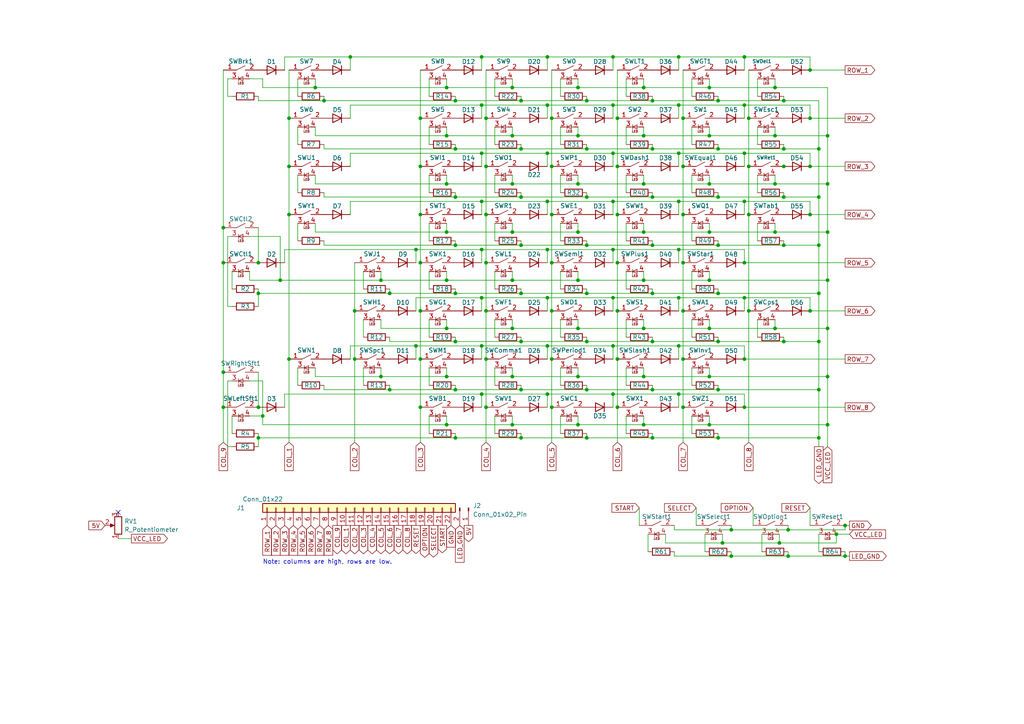
<source format=kicad_sch>
(kicad_sch (version 20231120) (generator "eeschema") (generator_version "8.0")
  (paper "A4")
  (title_block (title "Decent400 keyboard") (date "2023-11-14") (rev "1") (company "Decent Consulting"))
  (junction (at 240.03 53.34))
  (junction (at 245.11 161.29))
  (junction (at 170.18 85.09))
  (junction (at 196.85 30.48))
  (junction (at 120.65 100.33))
  (junction (at 140.97 118.11))
  (junction (at 196.85 16.51))
  (junction (at 208.28 29.21))
  (junction (at 215.9 58.42))
  (junction (at 179.07 90.17))
  (junction (at 110.49 81.28))
  (junction (at 151.13 29.21))
  (junction (at 121.92 118.11))
  (junction (at 179.07 118.11))
  (junction (at 242.57 154.94))
  (junction (at 208.28 43.18))
  (junction (at 196.85 44.45))
  (junction (at 189.23 85.09))
  (junction (at 186.69 67.31))
  (junction (at 64.77 66.04))
  (junction (at 217.17 34.29))
  (junction (at 140.97 90.17))
  (junction (at 158.75 100.33))
  (junction (at 240.03 95.25))
  (junction (at 158.75 30.48))
  (junction (at 121.92 48.26))
  (junction (at 186.69 81.28))
  (junction (at 196.85 86.36))
  (junction (at 132.08 85.09))
  (junction (at 234.95 48.26))
  (junction (at 83.82 34.29))
  (junction (at 240.03 67.31))
  (junction (at 215.9 118.11))
  (junction (at 217.17 90.17))
  (junction (at 129.54 53.34))
  (junction (at 234.95 90.17))
  (junction (at 129.54 39.37))
  (junction (at 198.12 34.29))
  (junction (at 148.59 95.25))
  (junction (at 170.18 99.06))
  (junction (at 186.69 123.19))
  (junction (at 179.07 104.14))
  (junction (at 205.74 25.4))
  (junction (at 228.6 153.67))
  (junction (at 129.54 67.31))
  (junction (at 224.79 39.37))
  (junction (at 158.75 44.45))
  (junction (at 205.74 67.31))
  (junction (at 227.33 57.15))
  (junction (at 224.79 95.25))
  (junction (at 151.13 57.15))
  (junction (at 189.23 29.21))
  (junction (at 170.18 127))
  (junction (at 189.23 113.03))
  (junction (at 177.8 114.3))
  (junction (at 93.98 29.21))
  (junction (at 113.03 113.03))
  (junction (at 101.6 16.51))
  (junction (at 224.79 25.4))
  (junction (at 132.08 57.15))
  (junction (at 160.02 48.26))
  (junction (at 177.8 16.51))
  (junction (at 160.02 34.29))
  (junction (at 198.12 76.2))
  (junction (at 237.49 71.12))
  (junction (at 139.7 44.45))
  (junction (at 139.7 30.48))
  (junction (at 212.09 153.67))
  (junction (at 132.08 99.06))
  (junction (at 224.79 67.31))
  (junction (at 167.64 95.25))
  (junction (at 167.64 25.4))
  (junction (at 170.18 43.18))
  (junction (at 158.75 16.51))
  (junction (at 132.08 43.18))
  (junction (at 113.03 85.09))
  (junction (at 64.77 118.11))
  (junction (at 205.74 95.25))
  (junction (at 240.03 109.22))
  (junction (at 215.9 76.2))
  (junction (at 140.97 76.2))
  (junction (at 160.02 62.23))
  (junction (at 237.49 113.03))
  (junction (at 186.69 53.34))
  (junction (at 237.49 57.15))
  (junction (at 132.08 29.21))
  (junction (at 227.33 71.12))
  (junction (at 234.95 62.23))
  (junction (at 189.23 127))
  (junction (at 83.82 62.23))
  (junction (at 186.69 39.37))
  (junction (at 215.9 86.36))
  (junction (at 217.17 48.26))
  (junction (at 208.28 127))
  (junction (at 148.59 25.4))
  (junction (at 151.13 71.12))
  (junction (at 196.85 114.3))
  (junction (at 151.13 85.09))
  (junction (at 237.49 85.09))
  (junction (at 132.08 127))
  (junction (at 129.54 95.25))
  (junction (at 186.69 25.4))
  (junction (at 227.33 99.06))
  (junction (at 179.07 62.23))
  (junction (at 140.97 104.14))
  (junction (at 167.64 53.34))
  (junction (at 121.92 104.14))
  (junction (at 215.9 16.51))
  (junction (at 139.7 114.3))
  (junction (at 121.92 62.23))
  (junction (at 196.85 58.42))
  (junction (at 140.97 34.29))
  (junction (at 208.28 113.03))
  (junction (at 170.18 57.15))
  (junction (at 151.13 43.18))
  (junction (at 148.59 53.34))
  (junction (at 196.85 100.33))
  (junction (at 245.11 152.4))
  (junction (at 240.03 81.28))
  (junction (at 110.49 109.22))
  (junction (at 160.02 76.2))
  (junction (at 240.03 39.37))
  (junction (at 74.93 85.09))
  (junction (at 227.33 29.21))
  (junction (at 140.97 48.26))
  (junction (at 167.64 109.22))
  (junction (at 212.09 161.29))
  (junction (at 148.59 123.19))
  (junction (at 158.75 72.39))
  (junction (at 234.95 34.29))
  (junction (at 177.8 72.39))
  (junction (at 237.49 43.18))
  (junction (at 151.13 99.06))
  (junction (at 129.54 123.19))
  (junction (at 120.65 72.39))
  (junction (at 158.75 86.36))
  (junction (at 208.28 85.09))
  (junction (at 132.08 113.03))
  (junction (at 217.17 62.23))
  (junction (at 81.28 81.28))
  (junction (at 189.23 99.06))
  (junction (at 129.54 25.4))
  (junction (at 215.9 30.48))
  (junction (at 177.8 100.33))
  (junction (at 205.74 39.37))
  (junction (at 205.74 123.19))
  (junction (at 198.12 118.11))
  (junction (at 83.82 48.26))
  (junction (at 132.08 71.12))
  (junction (at 186.69 109.22))
  (junction (at 198.12 90.17))
  (junction (at 189.23 43.18))
  (junction (at 102.87 90.17))
  (junction (at 179.07 34.29))
  (junction (at 227.33 43.18))
  (junction (at 148.59 39.37))
  (junction (at 205.74 109.22))
  (junction (at 209.55 157.48))
  (junction (at 186.69 95.25))
  (junction (at 167.64 39.37))
  (junction (at 215.9 44.45))
  (junction (at 121.92 90.17))
  (junction (at 177.8 58.42))
  (junction (at 189.23 71.12))
  (junction (at 121.92 34.29))
  (junction (at 226.06 157.48))
  (junction (at 129.54 81.28))
  (junction (at 205.74 81.28))
  (junction (at 160.02 118.11))
  (junction (at 148.59 81.28))
  (junction (at 170.18 113.03))
  (junction (at 179.07 48.26))
  (junction (at 121.92 76.2))
  (junction (at 240.03 123.19))
  (junction (at 198.12 48.26))
  (junction (at 179.07 76.2))
  (junction (at 167.64 67.31))
  (junction (at 208.28 71.12))
  (junction (at 83.82 104.14))
  (junction (at 198.12 104.14))
  (junction (at 64.77 76.2))
  (junction (at 148.59 109.22))
  (junction (at 139.7 58.42))
  (junction (at 167.64 81.28))
  (junction (at 224.79 53.34))
  (junction (at 64.77 107.95))
  (junction (at 234.95 20.32))
  (junction (at 151.13 113.03))
  (junction (at 227.33 48.26))
  (junction (at 74.93 118.11))
  (junction (at 91.44 25.4))
  (junction (at 228.6 161.29))
  (junction (at 139.7 16.51))
  (junction (at 158.75 58.42))
  (junction (at 198.12 62.23))
  (junction (at 140.97 62.23))
  (junction (at 148.59 67.31))
  (junction (at 139.7 72.39))
  (junction (at 74.93 76.2))
  (junction (at 158.75 114.3))
  (junction (at 129.54 109.22))
  (junction (at 139.7 86.36))
  (junction (at 139.7 100.33))
  (junction (at 205.74 53.34))
  (junction (at 170.18 29.21))
  (junction (at 177.8 30.48))
  (junction (at 208.28 57.15))
  (junction (at 151.13 127))
  (junction (at 215.9 104.14))
  (junction (at 170.18 71.12))
  (junction (at 160.02 90.17))
  (junction (at 177.8 86.36))
  (junction (at 76.2 120.65))
  (junction (at 160.02 104.14))
  (junction (at 189.23 57.15))
  (junction (at 74.93 127))
  (junction (at 102.87 104.14))
  (junction (at 237.49 99.06))
  (junction (at 208.28 99.06))
  (junction (at 196.85 72.39))
  (junction (at 237.49 127))
  (junction (at 177.8 44.45))
  (junction (at 167.64 123.19))
  (no_connect (at 34.29 148.59))
  (wire (pts (xy 240.03 123.19) (xy 240.03 129.54)))
  (wire (pts (xy 189.23 127) (xy 189.23 125.73)))
  (wire (pts (xy 74.93 127) (xy 132.08 127)))
  (wire (pts (xy 205.74 81.28) (xy 240.03 81.28)))
  (wire (pts (xy 208.28 99.06) (xy 227.33 99.06)))
  (wire (pts (xy 93.98 43.18) (xy 93.98 41.91)))
  (wire (pts (xy 189.23 85.09) (xy 208.28 85.09)))
  (wire (pts (xy 162.56 50.8) (xy 162.56 55.88)))
  (wire (pts (xy 245.11 152.4) (xy 246.38 152.4)))
  (wire (pts (xy 208.28 43.18) (xy 208.28 41.91)))
  (wire (pts (xy 132.08 85.09) (xy 132.08 83.82)))
  (wire (pts (xy 167.64 109.22) (xy 167.64 106.68)))
  (wire (pts (xy 186.69 78.74) (xy 186.69 81.28)))
  (wire (pts (xy 74.93 83.82) (xy 74.93 85.09)))
  (wire (pts (xy 160.02 90.17) (xy 160.02 104.14)))
  (wire (pts (xy 151.13 43.18) (xy 170.18 43.18)))
  (wire (pts (xy 226.06 48.26) (xy 227.33 48.26)))
  (wire (pts (xy 132.08 99.06) (xy 113.03 99.06)))
  (wire (pts (xy 189.23 85.09) (xy 170.18 85.09)))
  (wire (pts (xy 227.33 29.21) (xy 237.49 29.21)))
  (wire (pts (xy 140.97 118.11) (xy 140.97 128.27)))
  (wire (pts (xy 86.36 106.68) (xy 86.36 111.76)))
  (wire (pts (xy 167.64 81.28) (xy 148.59 81.28)))
  (wire (pts (xy 212.09 153.67) (xy 228.6 153.67)))
  (wire (pts (xy 196.85 86.36) (xy 196.85 90.17)))
  (wire (pts (xy 143.51 106.68) (xy 143.51 111.76)))
  (wire (pts (xy 72.39 120.65) (xy 76.2 120.65)))
  (wire (pts (xy 140.97 90.17) (xy 140.97 104.14)))
  (wire (pts (xy 158.75 16.51) (xy 177.8 16.51)))
  (wire (pts (xy 224.79 67.31) (xy 224.79 64.77)))
  (wire (pts (xy 148.59 67.31) (xy 129.54 67.31)))
  (wire (pts (xy 162.56 36.83) (xy 162.56 41.91)))
  (wire (pts (xy 186.69 53.34) (xy 186.69 50.8)))
  (wire (pts (xy 64.77 76.2) (xy 64.77 107.95)))
  (wire (pts (xy 64.77 20.32) (xy 64.77 66.04)))
  (wire (pts (xy 143.51 36.83) (xy 143.51 41.91)))
  (wire (pts (xy 237.49 71.12) (xy 237.49 85.09)))
  (wire (pts (xy 177.8 114.3) (xy 196.85 114.3)))
  (wire (pts (xy 34.29 156.21) (xy 38.1 156.21)))
  (wire (pts (xy 186.69 81.28) (xy 167.64 81.28)))
  (wire (pts (xy 189.23 57.15) (xy 208.28 57.15)))
  (wire (pts (xy 205.74 67.31) (xy 205.74 64.77)))
  (wire (pts (xy 66.04 129.54) (xy 67.31 129.54)))
  (wire (pts (xy 143.51 50.8) (xy 143.51 55.88)))
  (wire (pts (xy 186.69 81.28) (xy 205.74 81.28)))
  (wire (pts (xy 121.92 62.23) (xy 121.92 76.2)))
  (wire (pts (xy 189.23 113.03) (xy 170.18 113.03)))
  (wire (pts (xy 196.85 114.3) (xy 215.9 114.3)))
  (wire (pts (xy 132.08 85.09) (xy 113.03 85.09)))
  (wire (pts (xy 167.64 25.4) (xy 167.64 22.86)))
  (wire (pts (xy 129.54 109.22) (xy 110.49 109.22)))
  (wire (pts (xy 189.23 71.12) (xy 208.28 71.12)))
  (wire (pts (xy 170.18 29.21) (xy 151.13 29.21)))
  (wire (pts (xy 189.23 43.18) (xy 189.23 41.91)))
  (wire (pts (xy 160.02 48.26) (xy 160.02 62.23)))
  (wire (pts (xy 83.82 34.29) (xy 83.82 48.26)))
  (wire (pts (xy 167.64 123.19) (xy 167.64 120.65)))
  (wire (pts (xy 167.64 53.34) (xy 167.64 50.8)))
  (wire (pts (xy 91.44 25.4) (xy 91.44 22.86)))
  (wire (pts (xy 120.65 86.36) (xy 139.7 86.36)))
  (wire (pts (xy 132.08 99.06) (xy 132.08 97.79)))
  (wire (pts (xy 242.57 154.94) (xy 246.38 154.94)))
  (wire (pts (xy 189.23 99.06) (xy 208.28 99.06)))
  (wire (pts (xy 205.74 95.25) (xy 224.79 95.25)))
  (wire (pts (xy 102.87 76.2) (xy 102.87 90.17)))
  (wire (pts (xy 186.69 67.31) (xy 167.64 67.31)))
  (wire (pts (xy 245.11 153.67) (xy 228.6 153.67)))
  (wire (pts (xy 113.03 85.09) (xy 113.03 83.82)))
  (wire (pts (xy 158.75 30.48) (xy 177.8 30.48)))
  (wire (pts (xy 82.55 20.32) (xy 82.55 16.51)))
  (wire (pts (xy 205.74 78.74) (xy 205.74 81.28)))
  (wire (pts (xy 179.07 104.14) (xy 179.07 118.11)))
  (wire (pts (xy 93.98 55.88) (xy 93.98 57.15)))
  (wire (pts (xy 139.7 72.39) (xy 158.75 72.39)))
  (wire (pts (xy 132.08 127) (xy 132.08 125.73)))
  (wire (pts (xy 189.23 69.85) (xy 189.23 71.12)))
  (wire (pts (xy 139.7 86.36) (xy 158.75 86.36)))
  (wire (pts (xy 124.46 22.86) (xy 124.46 27.94)))
  (wire (pts (xy 160.02 104.14) (xy 160.02 118.11)))
  (wire (pts (xy 129.54 25.4) (xy 129.54 22.86)))
  (wire (pts (xy 158.75 100.33) (xy 158.75 104.14)))
  (wire (pts (xy 170.18 71.12) (xy 151.13 71.12)))
  (wire (pts (xy 101.6 34.29) (xy 101.6 30.48)))
  (wire (pts (xy 66.04 27.94) (xy 67.31 27.94)))
  (wire (pts (xy 208.28 127) (xy 189.23 127)))
  (wire (pts (xy 74.93 85.09) (xy 113.03 85.09)))
  (wire (pts (xy 148.59 67.31) (xy 148.59 64.77)))
  (wire (pts (xy 189.23 127) (xy 170.18 127)))
  (wire (pts (xy 227.33 71.12) (xy 227.33 69.85)))
  (wire (pts (xy 143.51 22.86) (xy 143.51 27.94)))
  (wire (pts (xy 113.03 99.06) (xy 113.03 97.79)))
  (wire (pts (xy 160.02 20.32) (xy 160.02 34.29)))
  (wire (pts (xy 140.97 104.14) (xy 140.97 118.11)))
  (wire (pts (xy 101.6 100.33) (xy 120.65 100.33)))
  (wire (pts (xy 196.85 44.45) (xy 215.9 44.45)))
  (wire (pts (xy 158.75 58.42) (xy 177.8 58.42)))
  (wire (pts (xy 208.28 57.15) (xy 208.28 55.88)))
  (wire (pts (xy 76.2 123.19) (xy 129.54 123.19)))
  (wire (pts (xy 240.03 25.4) (xy 240.03 39.37)))
  (wire (pts (xy 195.58 153.67) (xy 212.09 153.67)))
  (wire (pts (xy 148.59 25.4) (xy 129.54 25.4)))
  (wire (pts (xy 167.64 67.31) (xy 167.64 64.77)))
  (wire (pts (xy 234.95 62.23) (xy 245.11 62.23)))
  (wire (pts (xy 158.75 58.42) (xy 158.75 62.23)))
  (wire (pts (xy 162.56 64.77) (xy 162.56 69.85)))
  (wire (pts (xy 208.28 127) (xy 237.49 127)))
  (wire (pts (xy 205.74 67.31) (xy 224.79 67.31)))
  (wire (pts (xy 237.49 57.15) (xy 237.49 71.12)))
  (wire (pts (xy 129.54 81.28) (xy 129.54 78.74)))
  (wire (pts (xy 217.17 48.26) (xy 217.17 62.23)))
  (wire (pts (xy 91.44 53.34) (xy 91.44 50.8)))
  (wire (pts (xy 74.93 125.73) (xy 74.93 127)))
  (wire (pts (xy 186.69 95.25) (xy 167.64 95.25)))
  (wire (pts (xy 186.69 109.22) (xy 186.69 106.68)))
  (wire (pts (xy 151.13 85.09) (xy 151.13 83.82)))
  (wire (pts (xy 224.79 25.4) (xy 224.79 22.86)))
  (wire (pts (xy 177.8 86.36) (xy 177.8 90.17)))
  (wire (pts (xy 139.7 86.36) (xy 139.7 90.17)))
  (wire (pts (xy 200.66 36.83) (xy 200.66 41.91)))
  (wire (pts (xy 132.08 71.12) (xy 93.98 71.12)))
  (wire (pts (xy 209.55 157.48) (xy 226.06 157.48)))
  (wire (pts (xy 148.59 53.34) (xy 148.59 50.8)))
  (wire (pts (xy 196.85 58.42) (xy 215.9 58.42)))
  (wire (pts (xy 198.12 90.17) (xy 198.12 104.14)))
  (wire (pts (xy 158.75 72.39) (xy 177.8 72.39)))
  (wire (pts (xy 234.95 44.45) (xy 234.95 48.26)))
  (wire (pts (xy 83.82 20.32) (xy 83.82 34.29)))
  (wire (pts (xy 93.98 113.03) (xy 93.98 111.76)))
  (wire (pts (xy 151.13 113.03) (xy 151.13 111.76)))
  (wire (pts (xy 162.56 106.68) (xy 162.56 111.76)))
  (wire (pts (xy 215.9 16.51) (xy 215.9 20.32)))
  (wire (pts (xy 120.65 90.17) (xy 120.65 86.36)))
  (wire (pts (xy 167.64 109.22) (xy 148.59 109.22)))
  (wire (pts (xy 224.79 95.25) (xy 240.03 95.25)))
  (wire (pts (xy 121.92 34.29) (xy 121.92 48.26)))
  (wire (pts (xy 196.85 30.48) (xy 215.9 30.48)))
  (wire (pts (xy 170.18 43.18) (xy 189.23 43.18)))
  (wire (pts (xy 208.28 111.76) (xy 208.28 113.03)))
  (wire (pts (xy 167.64 67.31) (xy 148.59 67.31)))
  (wire (pts (xy 67.31 22.86) (xy 66.04 22.86)))
  (wire (pts (xy 148.59 39.37) (xy 148.59 36.83)))
  (wire (pts (xy 162.56 22.86) (xy 162.56 27.94)))
  (wire (pts (xy 82.55 118.11) (xy 82.55 114.3)))
  (wire (pts (xy 151.13 29.21) (xy 151.13 27.94)))
  (wire (pts (xy 66.04 22.86) (xy 66.04 27.94)))
  (wire (pts (xy 224.79 25.4) (xy 205.74 25.4)))
  (wire (pts (xy 158.75 114.3) (xy 158.75 118.11)))
  (wire (pts (xy 224.79 53.34) (xy 224.79 50.8)))
  (wire (pts (xy 187.96 154.94) (xy 187.96 160.02)))
  (wire (pts (xy 205.74 123.19) (xy 186.69 123.19)))
  (wire (pts (xy 205.74 53.34) (xy 186.69 53.34)))
  (wire (pts (xy 205.74 36.83) (xy 205.74 39.37)))
  (wire (pts (xy 139.7 100.33) (xy 158.75 100.33)))
  (wire (pts (xy 124.46 106.68) (xy 124.46 111.76)))
  (wire (pts (xy 158.75 86.36) (xy 177.8 86.36)))
  (wire (pts (xy 234.95 90.17) (xy 245.11 90.17)))
  (wire (pts (xy 234.95 30.48) (xy 234.95 34.29)))
  (wire (pts (xy 143.51 120.65) (xy 143.51 125.73)))
  (wire (pts (xy 215.9 16.51) (xy 234.95 16.51)))
  (wire (pts (xy 237.49 154.94) (xy 237.49 160.02)))
  (wire (pts (xy 160.02 76.2) (xy 160.02 90.17)))
  (wire (pts (xy 228.6 161.29) (xy 228.6 160.02)))
  (wire (pts (xy 151.13 99.06) (xy 132.08 99.06)))
  (wire (pts (xy 139.7 100.33) (xy 139.7 104.14)))
  (wire (pts (xy 245.11 152.4) (xy 245.11 153.67)))
  (wire (pts (xy 186.69 92.71) (xy 186.69 95.25)))
  (wire (pts (xy 83.82 48.26) (xy 83.82 62.23)))
  (wire (pts (xy 189.23 29.21) (xy 208.28 29.21)))
  (wire (pts (xy 121.92 90.17) (xy 121.92 104.14)))
  (wire (pts (xy 105.41 106.68) (xy 105.41 111.76)))
  (wire (pts (xy 234.95 58.42) (xy 234.95 62.23)))
  (wire (pts (xy 196.85 114.3) (xy 196.85 118.11)))
  (wire (pts (xy 139.7 30.48) (xy 158.75 30.48)))
  (wire (pts (xy 129.54 95.25) (xy 129.54 92.71)))
  (wire (pts (xy 189.23 43.18) (xy 208.28 43.18)))
  (wire (pts (xy 132.08 43.18) (xy 93.98 43.18)))
  (wire (pts (xy 179.07 62.23) (xy 179.07 76.2)))
  (wire (pts (xy 132.08 71.12) (xy 132.08 69.85)))
  (wire (pts (xy 67.31 120.65) (xy 67.31 125.73)))
  (wire (pts (xy 151.13 41.91) (xy 151.13 43.18)))
  (wire (pts (xy 177.8 86.36) (xy 196.85 86.36)))
  (wire (pts (xy 219.71 50.8) (xy 219.71 55.88)))
  (wire (pts (xy 151.13 43.18) (xy 132.08 43.18)))
  (wire (pts (xy 186.69 123.19) (xy 186.69 120.65)))
  (wire (pts (xy 205.74 109.22) (xy 186.69 109.22)))
  (wire (pts (xy 101.6 58.42) (xy 139.7 58.42)))
  (wire (pts (xy 208.28 97.79) (xy 208.28 99.06)))
  (wire (pts (xy 234.95 48.26) (xy 245.11 48.26)))
  (wire (pts (xy 186.69 39.37) (xy 186.69 36.83)))
  (wire (pts (xy 179.07 20.32) (xy 179.07 34.29)))
  (wire (pts (xy 120.65 100.33) (xy 139.7 100.33)))
  (wire (pts (xy 148.59 53.34) (xy 129.54 53.34)))
  (wire (pts (xy 215.9 114.3) (xy 215.9 118.11)))
  (wire (pts (xy 242.57 157.48) (xy 242.57 154.94)))
  (wire (pts (xy 67.31 110.49) (xy 66.04 110.49)))
  (wire (pts (xy 121.92 20.32) (xy 121.92 34.29)))
  (wire (pts (xy 129.54 123.19) (xy 129.54 120.65)))
  (wire (pts (xy 237.49 43.18) (xy 237.49 57.15)))
  (wire (pts (xy 151.13 127) (xy 151.13 125.73)))
  (wire (pts (xy 151.13 71.12) (xy 132.08 71.12)))
  (wire (pts (xy 105.41 92.71) (xy 105.41 97.79)))
  (wire (pts (xy 167.64 39.37) (xy 167.64 36.83)))
  (wire (pts (xy 227.33 41.91) (xy 227.33 43.18)))
  (wire (pts (xy 224.79 39.37) (xy 224.79 36.83)))
  (wire (pts (xy 151.13 57.15) (xy 170.18 57.15)))
  (wire (pts (xy 124.46 92.71) (xy 124.46 97.79)))
  (wire (pts (xy 177.8 16.51) (xy 196.85 16.51)))
  (wire (pts (xy 177.8 114.3) (xy 177.8 118.11)))
  (wire (pts (xy 160.02 118.11) (xy 160.02 128.27)))
  (wire (pts (xy 140.97 48.26) (xy 140.97 62.23)))
  (wire (pts (xy 139.7 114.3) (xy 139.7 118.11)))
  (wire (pts (xy 208.28 29.21) (xy 227.33 29.21)))
  (wire (pts (xy 170.18 113.03) (xy 170.18 111.76)))
  (wire (pts (xy 234.95 20.32) (xy 245.11 20.32)))
  (wire (pts (xy 158.75 114.3) (xy 177.8 114.3)))
  (wire (pts (xy 193.04 157.48) (xy 209.55 157.48)))
  (wire (pts (xy 158.75 100.33) (xy 177.8 100.33)))
  (wire (pts (xy 129.54 53.34) (xy 129.54 50.8)))
  (wire (pts (xy 151.13 29.21) (xy 132.08 29.21)))
  (wire (pts (xy 140.97 20.32) (xy 140.97 34.29)))
  (wire (pts (xy 186.69 25.4) (xy 167.64 25.4)))
  (wire (pts (xy 120.65 100.33) (xy 120.65 104.14)))
  (wire (pts (xy 110.49 95.25) (xy 110.49 92.71)))
  (wire (pts (xy 179.07 76.2) (xy 179.07 90.17)))
  (wire (pts (xy 217.17 34.29) (xy 217.17 48.26)))
  (wire (pts (xy 208.28 127) (xy 208.28 125.73)))
  (wire (pts (xy 181.61 120.65) (xy 181.61 125.73)))
  (wire (pts (xy 86.36 22.86) (xy 86.36 27.94)))
  (wire (pts (xy 66.04 88.9) (xy 67.31 88.9)))
  (wire (pts (xy 139.7 16.51) (xy 158.75 16.51)))
  (wire (pts (xy 132.08 57.15) (xy 151.13 57.15)))
  (wire (pts (xy 177.8 100.33) (xy 196.85 100.33)))
  (wire (pts (xy 81.28 81.28) (xy 110.49 81.28)))
  (wire (pts (xy 234.95 86.36) (xy 234.95 90.17)))
  (wire (pts (xy 208.28 71.12) (xy 227.33 71.12)))
  (wire (pts (xy 72.39 68.58) (xy 81.28 68.58)))
  (wire (pts (xy 212.09 161.29) (xy 212.09 160.02)))
  (wire (pts (xy 177.8 72.39) (xy 177.8 76.2)))
  (wire (pts (xy 148.59 109.22) (xy 129.54 109.22)))
  (wire (pts (xy 143.51 64.77) (xy 143.51 69.85)))
  (wire (pts (xy 101.6 62.23) (xy 101.6 58.42)))
  (wire (pts (xy 186.69 25.4) (xy 186.69 22.86)))
  (wire (pts (xy 198.12 20.32) (xy 198.12 34.29)))
  (wire (pts (xy 240.03 67.31) (xy 240.03 81.28)))
  (wire (pts (xy 201.93 147.32) (xy 201.93 152.4)))
  (wire (pts (xy 74.93 85.09) (xy 74.93 88.9)))
  (wire (pts (xy 162.56 78.74) (xy 162.56 83.82)))
  (wire (pts (xy 82.55 76.2) (xy 82.55 72.39)))
  (wire (pts (xy 67.31 68.58) (xy 66.04 68.58)))
  (wire (pts (xy 167.64 25.4) (xy 148.59 25.4)))
  (wire (pts (xy 170.18 57.15) (xy 189.23 57.15)))
  (wire (pts (xy 93.98 29.21) (xy 132.08 29.21)))
  (wire (pts (xy 129.54 109.22) (xy 129.54 106.68)))
  (wire (pts (xy 204.47 154.94) (xy 204.47 160.02)))
  (wire (pts (xy 91.44 109.22) (xy 91.44 106.68)))
  (wire (pts (xy 82.55 16.51) (xy 101.6 16.51)))
  (wire (pts (xy 91.44 25.4) (xy 129.54 25.4)))
  (wire (pts (xy 72.39 110.49) (xy 76.2 110.49)))
  (wire (pts (xy 139.7 44.45) (xy 158.75 44.45)))
  (wire (pts (xy 151.13 57.15) (xy 151.13 55.88)))
  (wire (pts (xy 219.71 22.86) (xy 219.71 27.94)))
  (wire (pts (xy 82.55 72.39) (xy 120.65 72.39)))
  (wire (pts (xy 177.8 30.48) (xy 177.8 34.29)))
  (wire (pts (xy 208.28 71.12) (xy 208.28 69.85)))
  (wire (pts (xy 74.93 27.94) (xy 74.93 29.21)))
  (wire (pts (xy 170.18 99.06) (xy 151.13 99.06)))
  (wire (pts (xy 217.17 20.32) (xy 217.17 34.29)))
  (wire (pts (xy 148.59 25.4) (xy 148.59 22.86)))
  (wire (pts (xy 148.59 81.28) (xy 148.59 78.74)))
  (wire (pts (xy 167.64 81.28) (xy 167.64 78.74)))
  (wire (pts (xy 208.28 83.82) (xy 208.28 85.09)))
  (wire (pts (xy 170.18 57.15) (xy 170.18 55.88)))
  (wire (pts (xy 200.66 22.86) (xy 200.66 27.94)))
  (wire (pts (xy 139.7 114.3) (xy 158.75 114.3)))
  (wire (pts (xy 198.12 62.23) (xy 198.12 76.2)))
  (wire (pts (xy 151.13 127) (xy 132.08 127)))
  (wire (pts (xy 208.28 113.03) (xy 237.49 113.03)))
  (wire (pts (xy 189.23 27.94) (xy 189.23 29.21)))
  (wire (pts (xy 227.33 43.18) (xy 208.28 43.18)))
  (wire (pts (xy 198.12 76.2) (xy 198.12 90.17)))
  (wire (pts (xy 200.66 106.68) (xy 200.66 111.76)))
  (wire (pts (xy 186.69 64.77) (xy 186.69 67.31)))
  (wire (pts (xy 215.9 30.48) (xy 215.9 34.29)))
  (wire (pts (xy 217.17 90.17) (xy 217.17 128.27)))
  (wire (pts (xy 72.39 78.74) (xy 72.39 81.28)))
  (wire (pts (xy 64.77 66.04) (xy 64.77 76.2)))
  (wire (pts (xy 237.49 29.21) (xy 237.49 43.18)))
  (wire (pts (xy 212.09 152.4) (xy 212.09 153.67)))
  (wire (pts (xy 148.59 39.37) (xy 129.54 39.37)))
  (wire (pts (xy 186.69 95.25) (xy 205.74 95.25)))
  (wire (pts (xy 121.92 48.26) (xy 121.92 62.23)))
  (wire (pts (xy 215.9 58.42) (xy 215.9 62.23)))
  (wire (pts (xy 186.69 123.19) (xy 167.64 123.19)))
  (wire (pts (xy 129.54 67.31) (xy 129.54 64.77)))
  (wire (pts (xy 198.12 48.26) (xy 198.12 62.23)))
  (wire (pts (xy 148.59 123.19) (xy 148.59 120.65)))
  (wire (pts (xy 83.82 62.23) (xy 83.82 104.14)))
  (wire (pts (xy 205.74 92.71) (xy 205.74 95.25)))
  (wire (pts (xy 219.71 64.77) (xy 219.71 69.85)))
  (wire (pts (xy 177.8 58.42) (xy 177.8 62.23)))
  (wire (pts (xy 196.85 72.39) (xy 196.85 76.2)))
  (wire (pts (xy 160.02 34.29) (xy 160.02 48.26)))
  (wire (pts (xy 113.03 113.03) (xy 93.98 113.03)))
  (wire (pts (xy 186.69 109.22) (xy 167.64 109.22)))
  (wire (pts (xy 189.23 97.79) (xy 189.23 99.06)))
  (wire (pts (xy 196.85 72.39) (xy 215.9 72.39)))
  (wire (pts (xy 177.8 44.45) (xy 177.8 48.26)))
  (wire (pts (xy 189.23 99.06) (xy 170.18 99.06)))
  (wire (pts (xy 177.8 72.39) (xy 196.85 72.39)))
  (wire (pts (xy 181.61 64.77) (xy 181.61 69.85)))
  (wire (pts (xy 140.97 76.2) (xy 140.97 90.17)))
  (wire (pts (xy 224.79 39.37) (xy 240.03 39.37)))
  (wire (pts (xy 186.69 67.31) (xy 205.74 67.31)))
  (wire (pts (xy 64.77 118.11) (xy 64.77 128.27)))
  (wire (pts (xy 186.69 53.34) (xy 167.64 53.34)))
  (wire (pts (xy 143.51 78.74) (xy 143.51 83.82)))
  (wire (pts (xy 167.64 123.19) (xy 148.59 123.19)))
  (wire (pts (xy 101.6 48.26) (xy 101.6 44.45)))
  (wire (pts (xy 177.8 44.45) (xy 196.85 44.45)))
  (wire (pts (xy 140.97 34.29) (xy 140.97 48.26)))
  (wire (pts (xy 167.64 95.25) (xy 148.59 95.25)))
  (wire (pts (xy 234.95 16.51) (xy 234.95 20.32)))
  (wire (pts (xy 151.13 99.06) (xy 151.13 97.79)))
  (wire (pts (xy 74.93 127) (xy 74.93 129.54)))
  (wire (pts (xy 121.92 118.11) (xy 121.92 128.27)))
  (wire (pts (xy 110.49 109.22) (xy 91.44 109.22)))
  (wire (pts (xy 181.61 22.86) (xy 181.61 27.94)))
  (wire (pts (xy 74.93 29.21) (xy 93.98 29.21)))
  (wire (pts (xy 215.9 100.33) (xy 215.9 104.14)))
  (wire (pts (xy 179.07 118.11) (xy 179.07 128.27)))
  (wire (pts (xy 148.59 109.22) (xy 148.59 106.68)))
  (wire (pts (xy 91.44 39.37) (xy 91.44 36.83)))
  (wire (pts (xy 217.17 62.23) (xy 217.17 90.17)))
  (wire (pts (xy 227.33 43.18) (xy 237.49 43.18)))
  (wire (pts (xy 186.69 39.37) (xy 167.64 39.37)))
  (wire (pts (xy 196.85 44.45) (xy 196.85 48.26)))
  (wire (pts (xy 158.75 30.48) (xy 158.75 34.29)))
  (wire (pts (xy 208.28 29.21) (xy 208.28 27.94)))
  (wire (pts (xy 101.6 104.14) (xy 101.6 100.33)))
  (wire (pts (xy 124.46 120.65) (xy 124.46 125.73)))
  (wire (pts (xy 113.03 113.03) (xy 113.03 111.76)))
  (wire (pts (xy 228.6 153.67) (xy 228.6 152.4)))
  (wire (pts (xy 234.95 34.29) (xy 245.11 34.29)))
  (wire (pts (xy 102.87 90.17) (xy 102.87 104.14)))
  (wire (pts (xy 132.08 43.18) (xy 132.08 41.91)))
  (wire (pts (xy 177.8 30.48) (xy 196.85 30.48)))
  (wire (pts (xy 200.66 120.65) (xy 200.66 125.73)))
  (wire (pts (xy 101.6 16.51) (xy 139.7 16.51)))
  (wire (pts (xy 66.04 68.58) (xy 66.04 88.9)))
  (wire (pts (xy 205.74 39.37) (xy 224.79 39.37)))
  (wire (pts (xy 179.07 48.26) (xy 179.07 62.23)))
  (wire (pts (xy 220.98 154.94) (xy 220.98 160.02)))
  (wire (pts (xy 132.08 113.03) (xy 113.03 113.03)))
  (wire (pts (xy 91.44 67.31) (xy 91.44 64.77)))
  (wire (pts (xy 121.92 104.14) (xy 121.92 118.11)))
  (wire (pts (xy 170.18 85.09) (xy 170.18 83.82)))
  (wire (pts (xy 76.2 25.4) (xy 91.44 25.4)))
  (wire (pts (xy 215.9 76.2) (xy 245.11 76.2)))
  (wire (pts (xy 170.18 127) (xy 170.18 125.73)))
  (wire (pts (xy 120.65 72.39) (xy 139.7 72.39)))
  (wire (pts (xy 181.61 36.83) (xy 181.61 41.91)))
  (wire (pts (xy 93.98 71.12) (xy 93.98 69.85)))
  (wire (pts (xy 158.75 86.36) (xy 158.75 90.17)))
  (wire (pts (xy 170.18 127) (xy 151.13 127)))
  (wire (pts (xy 215.9 86.36) (xy 215.9 90.17)))
  (wire (pts (xy 200.66 50.8) (xy 200.66 55.88)))
  (wire (pts (xy 189.23 71.12) (xy 170.18 71.12)))
  (wire (pts (xy 170.18 29.21) (xy 189.23 29.21)))
  (wire (pts (xy 148.59 95.25) (xy 148.59 92.71)))
  (wire (pts (xy 139.7 16.51) (xy 139.7 20.32)))
  (wire (pts (xy 74.93 107.95) (xy 74.93 118.11)))
  (wire (pts (xy 215.9 44.45) (xy 215.9 48.26)))
  (wire (pts (xy 139.7 72.39) (xy 139.7 76.2)))
  (wire (pts (xy 139.7 58.42) (xy 139.7 62.23)))
  (wire (pts (xy 148.59 95.25) (xy 129.54 95.25)))
  (wire (pts (xy 196.85 58.42) (xy 196.85 62.23)))
  (wire (pts (xy 170.18 99.06) (xy 170.18 97.79)))
  (wire (pts (xy 179.07 90.17) (xy 179.07 104.14)))
  (wire (pts (xy 93.98 29.21) (xy 93.98 27.94)))
  (wire (pts (xy 219.71 36.83) (xy 219.71 41.91)))
  (wire (pts (xy 189.23 57.15) (xy 189.23 55.88)))
  (wire (pts (xy 205.74 53.34) (xy 224.79 53.34)))
  (wire (pts (xy 240.03 81.28) (xy 240.03 95.25)))
  (wire (pts (xy 189.23 111.76) (xy 189.23 113.03)))
  (wire (pts (xy 237.49 127) (xy 237.49 129.54)))
  (wire (pts (xy 179.07 34.29) (xy 179.07 48.26)))
  (wire (pts (xy 245.11 161.29) (xy 246.38 161.29)))
  (wire (pts (xy 74.93 66.04) (xy 74.93 76.2)))
  (wire (pts (xy 245.11 160.02) (xy 245.11 161.29)))
  (wire (pts (xy 167.64 95.25) (xy 167.64 92.71)))
  (wire (pts (xy 162.56 92.71) (xy 162.56 97.79)))
  (wire (pts (xy 102.87 104.14) (xy 102.87 128.27)))
  (wire (pts (xy 132.08 57.15) (xy 132.08 55.88)))
  (wire (pts (xy 82.55 114.3) (xy 139.7 114.3)))
  (wire (pts (xy 215.9 118.11) (xy 245.11 118.11)))
  (wire (pts (xy 196.85 100.33) (xy 215.9 100.33)))
  (wire (pts (xy 129.54 95.25) (xy 110.49 95.25)))
  (wire (pts (xy 224.79 95.25) (xy 224.79 92.71)))
  (wire (pts (xy 132.08 29.21) (xy 132.08 27.94)))
  (wire (pts (xy 208.28 57.15) (xy 227.33 57.15)))
  (wire (pts (xy 205.74 53.34) (xy 205.74 50.8)))
  (wire (pts (xy 215.9 58.42) (xy 234.95 58.42)))
  (wire (pts (xy 219.71 92.71) (xy 219.71 97.79)))
  (wire (pts (xy 226.06 154.94) (xy 226.06 157.48)))
  (wire (pts (xy 200.66 64.77) (xy 200.66 69.85)))
  (wire (pts (xy 181.61 92.71) (xy 181.61 97.79)))
  (wire (pts (xy 158.75 44.45) (xy 158.75 48.26)))
  (wire (pts (xy 110.49 109.22) (xy 110.49 106.68)))
  (wire (pts (xy 177.8 16.51) (xy 177.8 20.32)))
  (wire (pts (xy 205.74 123.19) (xy 205.74 120.65)))
  (wire (pts (xy 240.03 53.34) (xy 240.03 67.31)))
  (wire (pts (xy 177.8 100.33) (xy 177.8 104.14)))
  (wire (pts (xy 167.64 53.34) (xy 148.59 53.34)))
  (wire (pts (xy 101.6 16.51) (xy 101.6 20.32)))
  (wire (pts (xy 170.18 71.12) (xy 170.18 69.85)))
  (wire (pts (xy 237.49 113.03) (xy 237.49 127)))
  (wire (pts (xy 228.6 161.29) (xy 212.09 161.29)))
  (wire (pts (xy 185.42 147.32) (xy 185.42 152.4)))
  (wire (pts (xy 209.55 154.94) (xy 209.55 157.48)))
  (wire (pts (xy 139.7 30.48) (xy 139.7 34.29)))
  (wire (pts (xy 139.7 44.45) (xy 139.7 48.26)))
  (wire (pts (xy 189.23 83.82) (xy 189.23 85.09)))
  (wire (pts (xy 162.56 120.65) (xy 162.56 125.73)))
  (wire (pts (xy 139.7 58.42) (xy 158.75 58.42)))
  (wire (pts (xy 140.97 62.23) (xy 140.97 76.2)))
  (wire (pts (xy 177.8 58.42) (xy 196.85 58.42)))
  (wire (pts (xy 218.44 147.32) (xy 218.44 152.4)))
  (wire (pts (xy 129.54 67.31) (xy 91.44 67.31)))
  (wire (pts (xy 196.85 16.51) (xy 215.9 16.51)))
  (wire (pts (xy 105.41 78.74) (xy 105.41 83.82)))
  (wire (pts (xy 200.66 92.71) (xy 200.66 97.79)))
  (wire (pts (xy 158.75 16.51) (xy 158.75 20.32)))
  (wire (pts (xy 224.79 53.34) (xy 240.03 53.34)))
  (wire (pts (xy 215.9 86.36) (xy 234.95 86.36)))
  (wire (pts (xy 181.61 106.68) (xy 181.61 111.76)))
  (wire (pts (xy 67.31 78.74) (xy 67.31 83.82)))
  (wire (pts (xy 226.06 157.48) (xy 242.57 157.48)))
  (wire (pts (xy 212.09 161.29) (xy 195.58 161.29)))
  (wire (pts (xy 224.79 25.4) (xy 240.03 25.4)))
  (wire (pts (xy 227.33 29.21) (xy 227.33 27.94)))
  (wire (pts (xy 129.54 53.34) (xy 91.44 53.34)))
  (wire (pts (xy 189.23 113.03) (xy 208.28 113.03)))
  (wire (pts (xy 76.2 120.65) (xy 76.2 123.19)))
  (wire (pts (xy 196.85 30.48) (xy 196.85 34.29)))
  (wire (pts (xy 205.74 109.22) (xy 240.03 109.22)))
  (wire (pts (xy 240.03 39.37) (xy 240.03 53.34)))
  (wire (pts (xy 132.08 113.03) (xy 132.08 111.76)))
  (wire (pts (xy 205.74 25.4) (xy 205.74 22.86)))
  (wire (pts (xy 158.75 44.45) (xy 177.8 44.45)))
  (wire (pts (xy 86.36 50.8) (xy 86.36 55.88)))
  (wire (pts (xy 143.51 92.71) (xy 143.51 97.79)))
  (wire (pts (xy 237.49 85.09) (xy 237.49 99.06)))
  (wire (pts (xy 195.58 153.67) (xy 195.58 152.4)))
  (wire (pts (xy 198.12 104.14) (xy 198.12 118.11)))
  (wire (pts (xy 124.46 64.77) (xy 124.46 69.85)))
  (wire (pts (xy 193.04 154.94) (xy 193.04 157.48)))
  (wire (pts (xy 81.28 68.58) (xy 81.28 81.28)))
  (wire (pts (xy 86.36 64.77) (xy 86.36 69.85)))
  (wire (pts (xy 208.28 85.09) (xy 237.49 85.09)))
  (wire (pts (xy 72.39 22.86) (xy 76.2 22.86)))
  (wire (pts (xy 215.9 72.39) (xy 215.9 76.2)))
  (wire (pts (xy 227.33 99.06) (xy 237.49 99.06)))
  (wire (pts (xy 181.61 50.8) (xy 181.61 55.88)))
  (wire (pts (xy 101.6 44.45) (xy 139.7 44.45)))
  (wire (pts (xy 240.03 109.22) (xy 240.03 123.19)))
  (wire (pts (xy 151.13 113.03) (xy 132.08 113.03)))
  (wire (pts (xy 124.46 50.8) (xy 124.46 55.88)))
  (wire (pts (xy 76.2 110.49) (xy 76.2 120.65)))
  (wire (pts (xy 227.33 57.15) (xy 237.49 57.15)))
  (wire (pts (xy 170.18 85.09) (xy 151.13 85.09)))
  (wire (pts (xy 93.98 57.15) (xy 132.08 57.15)))
  (wire (pts (xy 72.39 81.28) (xy 81.28 81.28)))
  (wire (pts (xy 196.85 100.33) (xy 196.85 104.14)))
  (wire (pts (xy 234.95 147.32) (xy 234.95 152.4)))
  (wire (pts (xy 170.18 43.18) (xy 170.18 41.91)))
  (wire (pts (xy 198.12 118.11) (xy 198.12 128.27)))
  (wire (pts (xy 129.54 39.37) (xy 129.54 36.83)))
  (wire (pts (xy 83.82 104.14) (xy 83.82 128.27)))
  (wire (pts (xy 167.64 39.37) (xy 148.59 39.37)))
  (wire (pts (xy 101.6 30.48) (xy 139.7 30.48)))
  (wire (pts (xy 245.11 161.29) (xy 228.6 161.29)))
  (wire (pts (xy 124.46 36.83) (xy 124.46 41.91)))
  (wire (pts (xy 227.33 99.06) (xy 227.33 97.79)))
  (wire (pts (xy 195.58 161.29) (xy 195.58 160.02)))
  (wire (pts (xy 120.65 72.39) (xy 120.65 76.2)))
  (wire (pts (xy 205.74 106.68) (xy 205.74 109.22)))
  (wire (pts (xy 196.85 86.36) (xy 215.9 86.36)))
  (wire (pts (xy 215.9 44.45) (xy 234.95 44.45)))
  (wire (pts (xy 215.9 30.48) (xy 234.95 30.48)))
  (wire (pts (xy 158.75 72.39) (xy 158.75 76.2)))
  (wire (pts (xy 227.33 57.15) (xy 227.33 55.88)))
  (wire (pts (xy 237.49 99.06) (xy 237.49 113.03)))
  (wire (pts (xy 110.49 81.28) (xy 110.49 78.74)))
  (wire (pts (xy 196.85 16.51) (xy 196.85 20.32)))
  (wire (pts (xy 124.46 78.74) (xy 124.46 83.82)))
  (wire (pts (xy 170.18 113.03) (xy 151.13 113.03)))
  (wire (pts (xy 148.59 123.19) (xy 129.54 123.19)))
  (wire (pts (xy 148.59 81.28) (xy 129.54 81.28)))
  (wire (pts (xy 151.13 71.12) (xy 151.13 69.85)))
  (wire (pts (xy 64.77 107.95) (xy 64.77 118.11)))
  (wire (pts (xy 86.36 36.83) (xy 86.36 41.91)))
  (wire (pts (xy 227.33 71.12) (xy 237.49 71.12)))
  (wire (pts (xy 151.13 85.09) (xy 132.08 85.09)))
  (wire (pts (xy 200.66 78.74) (xy 200.66 83.82)))
  (wire (pts (xy 129.54 81.28) (xy 110.49 81.28)))
  (wire (pts (xy 245.11 104.14) (xy 215.9 104.14)))
  (wire (pts (xy 181.61 78.74) (xy 181.61 83.82)))
  (wire (pts (xy 205.74 25.4) (xy 186.69 25.4)))
  (wire (pts (xy 160.02 62.23) (xy 160.02 76.2)))
  (wire (pts (xy 205.74 123.19) (xy 240.03 123.19)))
  (wire (pts (xy 76.2 25.4) (xy 76.2 22.86)))
  (wire (pts (xy 198.12 34.29) (xy 198.12 48.26)))
  (wire (pts (xy 205.74 39.37) (xy 186.69 39.37)))
  (wire (pts (xy 129.54 39.37) (xy 91.44 39.37)))
  (wire (pts (xy 224.79 67.31) (xy 240.03 67.31)))
  (wire (pts (xy 240.03 95.25) (xy 240.03 109.22)))
  (wire (pts (xy 170.18 27.94) (xy 170.18 29.21)))
  (wire (pts (xy 66.04 110.49) (xy 66.04 129.54)))
  (wire (pts (xy 121.92 76.2) (xy 121.92 90.17)))
  (text "Note: columns are high, rows are low." (at 76.2 163.83 0) (effects (font (size 1.27 1.27)) (justify left bottom)))
  (global_label "COL_6" (shape input) (at 179.07 128.27 270) (property "Intersheetrefs" "${INTERSHEET_REFS}" (effects (hide yes))))
  (global_label "ROW_2" (shape input) (at 80.01 152.4 270) (property "Intersheetrefs" "${INTERSHEET_REFS}" (effects (hide yes))))
  (global_label "GND" (shape output) (at 246.38 152.4 0) (property "Intersheetrefs" "${INTERSHEET_REFS}" (effects (hide yes))))
  (global_label "OPTION" (shape output) (at 123.19 152.4 270) (property "Intersheetrefs" "${INTERSHEET_REFS}" (effects (hide yes))))
  (global_label "ROW_4" (shape output) (at 245.11 62.23 0) (property "Intersheetrefs" "${INTERSHEET_REFS}" (effects (hide yes))))
  (global_label "RESET" (shape output) (at 120.65 152.4 270) (property "Intersheetrefs" "${INTERSHEET_REFS}" (effects (hide yes))))
  (global_label "COL_7" (shape input) (at 198.12 128.27 270) (property "Intersheetrefs" "${INTERSHEET_REFS}" (effects (hide yes))))
  (global_label "ROW_6" (shape input) (at 90.17 152.4 270) (property "Intersheetrefs" "${INTERSHEET_REFS}" (effects (hide yes))))
  (global_label "VCC_LED" (shape input) (at 246.38 154.94 0) (property "Intersheetrefs" "${INTERSHEET_REFS}" (effects (hide yes))))
  (global_label "5V" (shape input) (at 30.48 152.4 180) (property "Intersheetrefs" "${INTERSHEET_REFS}" (effects (hide yes))))
  (global_label "COL_6" (shape output) (at 113.03 152.4 270) (property "Intersheetrefs" "${INTERSHEET_REFS}" (effects (hide yes))))
  (global_label "ROW_5" (shape output) (at 245.11 76.2 0) (property "Intersheetrefs" "${INTERSHEET_REFS}" (effects (hide yes))))
  (global_label "COL_3" (shape input) (at 121.92 128.27 270) (property "Intersheetrefs" "${INTERSHEET_REFS}" (effects (hide yes))))
  (global_label "VCC_LED" (shape output) (at 38.1 156.21 0) (property "Intersheetrefs" "${INTERSHEET_REFS}" (effects (hide yes))))
  (global_label "START" (shape input) (at 185.42 147.32 180) (property "Intersheetrefs" "${INTERSHEET_REFS}" (effects (hide yes))))
  (global_label "COL_8" (shape output) (at 118.11 152.4 270) (property "Intersheetrefs" "${INTERSHEET_REFS}" (effects (hide yes))))
  (global_label "COL_8" (shape input) (at 217.17 128.27 270) (property "Intersheetrefs" "${INTERSHEET_REFS}" (effects (hide yes))))
  (global_label "COL_2" (shape output) (at 102.87 152.4 270) (property "Intersheetrefs" "${INTERSHEET_REFS}" (effects (hide yes))))
  (global_label "START" (shape output) (at 128.27 152.4 270) (property "Intersheetrefs" "${INTERSHEET_REFS}" (effects (hide yes))))
  (global_label "ROW_4" (shape input) (at 85.09 152.4 270) (property "Intersheetrefs" "${INTERSHEET_REFS}" (effects (hide yes))))
  (global_label "COL_1" (shape output) (at 100.33 152.4 270) (property "Intersheetrefs" "${INTERSHEET_REFS}" (effects (hide yes))))
  (global_label "SELECT" (shape output) (at 125.73 152.4 270) (property "Intersheetrefs" "${INTERSHEET_REFS}" (effects (hide yes))))
  (global_label "COL_4" (shape output) (at 107.95 152.4 270) (property "Intersheetrefs" "${INTERSHEET_REFS}" (effects (hide yes))))
  (global_label "ROW_3" (shape output) (at 245.11 48.26 0) (property "Intersheetrefs" "${INTERSHEET_REFS}" (effects (hide yes))))
  (global_label "ROW_8" (shape output) (at 245.11 118.11 0) (property "Intersheetrefs" "${INTERSHEET_REFS}" (effects (hide yes))))
  (global_label "GND" (shape input) (at 130.81 152.4 270) (property "Intersheetrefs" "${INTERSHEET_REFS}" (effects (hide yes))))
  (global_label "COL_9" (shape input) (at 64.77 128.27 270) (property "Intersheetrefs" "${INTERSHEET_REFS}" (effects (hide yes))))
  (global_label "COL_7" (shape output) (at 115.57 152.4 270) (property "Intersheetrefs" "${INTERSHEET_REFS}" (effects (hide yes))))
  (global_label "COL_5" (shape output) (at 110.49 152.4 270) (property "Intersheetrefs" "${INTERSHEET_REFS}" (effects (hide yes))))
  (global_label "COL_1" (shape input) (at 83.82 128.27 270) (property "Intersheetrefs" "${INTERSHEET_REFS}" (effects (hide yes))))
  (global_label "LED_GND" (shape output) (at 237.49 129.54 270) (property "Intersheetrefs" "${INTERSHEET_REFS}" (effects (hide yes))))
  (global_label "SELECT" (shape input) (at 201.93 147.32 180) (property "Intersheetrefs" "${INTERSHEET_REFS}" (effects (hide yes))))
  (global_label "ROW_5" (shape input) (at 87.63 152.4 270) (property "Intersheetrefs" "${INTERSHEET_REFS}" (effects (hide yes))))
  (global_label "COL_3" (shape output) (at 105.41 152.4 270) (property "Intersheetrefs" "${INTERSHEET_REFS}" (effects (hide yes))))
  (global_label "ROW_8" (shape input) (at 95.25 152.4 270) (property "Intersheetrefs" "${INTERSHEET_REFS}" (effects (hide yes))))
  (global_label "ROW_6" (shape output) (at 245.11 90.17 0) (property "Intersheetrefs" "${INTERSHEET_REFS}" (effects (hide yes))))
  (global_label "VCC_LED" (shape input) (at 240.03 129.54 270) (property "Intersheetrefs" "${INTERSHEET_REFS}" (effects (hide yes))))
  (global_label "OPTION" (shape input) (at 218.44 147.32 180) (property "Intersheetrefs" "${INTERSHEET_REFS}" (effects (hide yes))))
  (global_label "RESET" (shape input) (at 234.95 147.32 180) (property "Intersheetrefs" "${INTERSHEET_REFS}" (effects (hide yes))))
  (global_label "5V" (shape output) (at 135.89 152.4 270) (property "Intersheetrefs" "${INTERSHEET_REFS}" (effects (hide yes))))
  (global_label "ROW_2" (shape output) (at 245.11 34.29 0) (property "Intersheetrefs" "${INTERSHEET_REFS}" (effects (hide yes))))
  (global_label "COL_9" (shape output) (at 97.79 152.4 270) (property "Intersheetrefs" "${INTERSHEET_REFS}" (effects (hide yes))))
  (global_label "COL_2" (shape input) (at 102.87 128.27 270) (property "Intersheetrefs" "${INTERSHEET_REFS}" (effects (hide yes))))
  (global_label "COL_5" (shape input) (at 160.02 128.27 270) (property "Intersheetrefs" "${INTERSHEET_REFS}" (effects (hide yes))))
  (global_label "LED_GND" (shape input) (at 133.35 152.4 270) (property "Intersheetrefs" "${INTERSHEET_REFS}" (effects (hide yes))))
  (global_label "LED_GND" (shape output) (at 246.38 161.29 0) (property "Intersheetrefs" "${INTERSHEET_REFS}" (effects (hide yes))))
  (global_label "ROW_7" (shape output) (at 245.11 104.14 0) (property "Intersheetrefs" "${INTERSHEET_REFS}" (effects (hide yes))))
  (global_label "ROW_1" (shape input) (at 77.47 152.4 270) (property "Intersheetrefs" "${INTERSHEET_REFS}" (effects (hide yes))))
  (global_label "ROW_7" (shape input) (at 92.71 152.4 270) (property "Intersheetrefs" "${INTERSHEET_REFS}" (effects (hide yes))))
  (global_label "ROW_1" (shape output) (at 245.11 20.32 0) (property "Intersheetrefs" "${INTERSHEET_REFS}" (effects (hide yes))))
  (global_label "COL_4" (shape input) (at 140.97 128.27 270) (property "Intersheetrefs" "${INTERSHEET_REFS}" (effects (hide yes))))
  (global_label "ROW_3" (shape input) (at 82.55 152.4 270) (property "Intersheetrefs" "${INTERSHEET_REFS}" (effects (hide yes))))
  (symbol (lib_id "UniversalSwitchWithLED:SW_WITHLED") (at 222.25 90.17 0) (unit 1)
    (property "Reference" "SWCps1" (at 222.25 87.63 0))
    (property "Value" "Caps" (effects (hide yes)))
    (property "Footprint" "Library:MX-1-75U-LED" (effects (hide yes)))
    (property "JLCPCB Part #" "C193191" (effects (hide yes)))
    (property "JLCPCB Rotation Offset" "180" (effects (hide yes)))
  )
  (symbol (lib_id "UniversalSwitchWithLED:SW_WITHLED") (at 184.15 20.32 0) (unit 1)
    (property "Reference" "SWLT1" (at 184.15 17.78 0))
    (property "Value" "LessThan" (effects (hide yes)))
    (property "Footprint" "Library:MX-1-00U-LED" (effects (hide yes)))
    (property "JLCPCB Part #" "C193191" (effects (hide yes)))
    (property "JLCPCB Rotation Offset" "180" (effects (hide yes)))
  )
  (symbol (lib_id "Device:R") (at 90.17 55.88 90) (unit 1)
    (property "Reference" "R8" (at 90.17 55.88 90))
    (property "Value" "100" (effects (hide yes)))
    (property "Footprint" "Library:R_0603_1608Metric" (effects (hide yes)))
    (property "JLCPCB Part #" "C22775" (effects (hide yes)))
  )
  (symbol (lib_id "Device:R") (at 147.32 27.94 90) (unit 1)
    (property "Reference" "R22" (at 147.32 27.94 90))
    (property "Value" "100" (effects (hide yes)))
    (property "Footprint" "Library:R_0603_1608Metric" (effects (hide yes)))
    (property "JLCPCB Part #" "C22775" (effects (hide yes)))
  )
  (symbol (lib_id "UniversalSwitchWithLED:SW_WITHLED") (at 165.1 48.26 0) (unit 1)
    (property "Reference" "SWP1" (at 165.1 45.72 0))
    (property "Value" "P" (effects (hide yes)))
    (property "Footprint" "Library:MX-1-00U-LED" (effects (hide yes)))
    (property "JLCPCB Part #" "C193191" (effects (hide yes)))
    (property "JLCPCB Rotation Offset" "180" (effects (hide yes)))
  )
  (symbol (lib_id "UniversalSwitchWithLED:SW_WITHLED") (at 222.25 48.26 0) (unit 1)
    (property "Reference" "SWRet1" (at 222.25 45.72 0) (effects (font (size 1 1))))
    (property "Value" "Return" (effects (hide yes)))
    (property "Footprint" "Library:MX-ISO-RETURN" (effects (hide yes)))
    (property "JLCPCB Part #" "C193191" (effects (hide yes)))
    (property "JLCPCB Rotation Offset" "90" (effects (hide yes)))
  )
  (symbol (lib_id "Device:R") (at 191.77 160.02 90) (unit 1)
    (property "Reference" "R61" (at 191.77 160.02 90))
    (property "Value" "100" (effects (hide yes)))
    (property "Footprint" "Library:R_0603_1608Metric" (effects (hide yes)))
    (property "JLCPCB Part #" "C22775" (effects (hide yes)))
  )
  (symbol (lib_name "1N4148W_1") (lib_id "Diode:1N4148W") (at 212.09 76.2 180) (unit 1)
    (property "Reference" "D48" (at 212.09 73.7672 0))
    (property "Value" "1N4148W" (effects (hide yes)))
    (property "Footprint" "Library:D_SOD-123" (effects (hide yes)))
    (property "Datasheet" "https://www.vishay.com/docs/85748/1n4148w.pdf" (effects (hide yes)))
    (property "JLCPCB Part #" "C81598" (effects (hide yes)))
  )
  (symbol (lib_id "Device:R") (at 185.42 69.85 90) (unit 1)
    (property "Reference" "R41" (at 185.42 69.85 90))
    (property "Value" "100" (effects (hide yes)))
    (property "Footprint" "Library:R_0603_1608Metric" (effects (hide yes)))
    (property "JLCPCB Part #" "C22775" (effects (hide yes)))
  )
  (symbol (lib_id "UniversalSwitchWithLED:SW_WITHLED") (at 69.85 20.32 0) (unit 1)
    (property "Reference" "SWBrk1" (at 69.85 17.78 0))
    (property "Value" "Break" (effects (hide yes)))
    (property "Footprint" "Library:MX-1-25U-LED" (effects (hide yes)))
    (property "JLCPCB Part #" "C193191" (effects (hide yes)))
    (property "JLCPCB Rotation Offset" "180" (effects (hide yes)))
  )
  (symbol (lib_name "1N4148W_56") (lib_id "Diode:1N4148W") (at 154.94 104.14 180) (unit 1)
    (property "Reference" "D26" (at 154.94 101.7072 0))
    (property "Value" "1N4148W" (effects (hide yes)))
    (property "Footprint" "Library:D_SOD-123" (effects (hide yes)))
    (property "Datasheet" "https://www.vishay.com/docs/85748/1n4148w.pdf" (effects (hide yes)))
    (property "JLCPCB Part #" "C81598" (effects (hide yes)))
  )
  (symbol (lib_id "Device:R") (at 223.52 97.79 90) (unit 1)
    (property "Reference" "R58" (at 223.52 97.79 90))
    (property "Value" "100" (effects (hide yes)))
    (property "Footprint" "Library:R_0603_1608Metric" (effects (hide yes)))
    (property "JLCPCB Part #" "C22775" (effects (hide yes)))
  )
  (symbol (lib_id "Device:R_Potentiometer") (at 34.29 152.4 180) (unit 1)
    (property "Reference" "RV1" (at 36.068 151.1879 0) (effects (justify right)))
    (property "Value" "R_Potentiometer" (at 36.068 153.6121 0) (effects (justify right)))
    (property "Footprint" "Potentiometer_SMD:Potentiometer_Bourns_TC33X_Vertical" (effects (hide yes)))
    (property "JLCPCB Part #" "C720647" (effects (hide yes)))
    (property "JLCPCB Rotation Offset" "270" (effects (hide yes)))
  )
  (symbol (lib_name "1N4148W_54") (lib_id "Diode:1N4148W") (at 78.74 76.2 180) (unit 1)
    (property "Reference" "D2" (at 78.74 73.7672 0))
    (property "Value" "1N4148W" (effects (hide yes)))
    (property "Footprint" "Library:D_SOD-123" (effects (hide yes)))
    (property "Datasheet" "https://www.vishay.com/docs/85748/1n4148w.pdf" (effects (hide yes)))
    (property "JLCPCB Part #" "C81598" (effects (hide yes)))
  )
  (symbol (lib_name "1N4148W_21") (lib_id "Diode:1N4148W") (at 97.79 20.32 180) (unit 1)
    (property "Reference" "D4" (at 97.79 17.9611 0))
    (property "Value" "1N4148W" (effects (hide yes)))
    (property "Footprint" "Library:D_SOD-123" (effects (hide yes)))
    (property "Datasheet" "https://www.vishay.com/docs/85748/1n4148w.pdf" (effects (hide yes)))
    (property "JLCPCB Part #" "C81598" (effects (hide yes)))
  )
  (symbol (lib_id "Device:R") (at 71.12 125.73 90) (unit 1)
    (property "Reference" "R4" (at 71.12 125.73 90))
    (property "Value" "100" (effects (hide yes)))
    (property "Footprint" "Library:R_0603_1608Metric" (effects (hide yes)))
    (property "JLCPCB Part #" "C22775" (effects (hide yes)))
  )
  (symbol (lib_id "Device:R") (at 223.52 27.94 90) (unit 1)
    (property "Reference" "R54" (at 223.52 27.94 90))
    (property "Value" "100" (effects (hide yes)))
    (property "Footprint" "Library:R_0603_1608Metric" (effects (hide yes)))
    (property "JLCPCB Part #" "C22775" (effects (hide yes)))
  )
  (symbol (lib_id "Device:R") (at 71.12 88.9 90) (unit 1)
    (property "Reference" "R3" (at 71.12 88.9 90))
    (property "Value" "100" (effects (hide yes)))
    (property "Footprint" "Library:R_0603_1608Metric" (effects (hide yes)))
    (property "JLCPCB Part #" "C22775" (effects (hide yes)))
  )
  (symbol (lib_name "1N4148W_48") (lib_id "Diode:1N4148W") (at 173.99 76.2 180) (unit 1)
    (property "Reference" "D32" (at 173.99 73.7672 0))
    (property "Value" "1N4148W" (effects (hide yes)))
    (property "Footprint" "Library:D_SOD-123" (effects (hide yes)))
    (property "Datasheet" "https://www.vishay.com/docs/85748/1n4148w.pdf" (effects (hide yes)))
    (property "JLCPCB Part #" "C81598" (effects (hide yes)))
  )
  (symbol (lib_id "UniversalSwitchWithLED:SW_WITHLED") (at 69.85 118.11 0) (unit 1)
    (property "Reference" "SWLeftSft1" (at 69.85 115.57 0))
    (property "Value" "Shift" (effects (hide yes)))
    (property "Footprint" "Library:MX-2-25U-LED" (effects (hide yes)))
    (property "JLCPCB Part #" "C193191" (effects (hide yes)))
    (property "JLCPCB Rotation Offset" "180" (effects (hide yes)))
  )
  (symbol (lib_id "UniversalSwitchWithLED:SW_WITHLED") (at 88.9 20.32 0) (unit 1)
    (property "Reference" "SW7" (at 88.9 17.78 0))
    (property "Value" "7" (effects (hide yes)))
    (property "Footprint" "Library:MX-1-00U-LED" (effects (hide yes)))
    (property "JLCPCB Part #" "C193191" (effects (hide yes)))
    (property "JLCPCB Rotation Offset" "180" (effects (hide yes)))
  )
  (symbol (lib_id "UniversalSwitchWithLED:SW_WITHLED") (at 222.25 62.23 0) (unit 1)
    (property "Reference" "SWTab1" (at 222.25 59.69 0))
    (property "Value" "Tab" (effects (hide yes)))
    (property "Footprint" "Library:MX-1-50U-LED" (effects (hide yes)))
    (property "JLCPCB Part #" "C193191" (effects (hide yes)))
    (property "JLCPCB Rotation Offset" "180" (effects (hide yes)))
  )
  (symbol (lib_name "1N4148W_7") (lib_id "Diode:1N4148W") (at 231.14 34.29 180) (unit 1)
    (property "Reference" "D53" (at 231.14 31.8572 0))
    (property "Value" "1N4148W" (effects (hide yes)))
    (property "Footprint" "Library:D_SOD-123" (effects (hide yes)))
    (property "Datasheet" "https://www.vishay.com/docs/85748/1n4148w.pdf" (effects (hide yes)))
    (property "JLCPCB Part #" "C81598" (effects (hide yes)))
  )
  (symbol (lib_name "1N4148W_41") (lib_id "Diode:1N4148W") (at 173.99 118.11 180) (unit 1)
    (property "Reference" "D35" (at 173.99 120.65 0))
    (property "Value" "1N4148W" (effects (hide yes)))
    (property "Footprint" "Library:D_SOD-123" (effects (hide yes)))
    (property "Datasheet" "https://www.vishay.com/docs/85748/1n4148w.pdf" (effects (hide yes)))
    (property "JLCPCB Part #" "C81598" (effects (hide yes)))
  )
  (symbol (lib_id "Device:R") (at 128.27 97.79 90) (unit 1)
    (property "Reference" "R19" (at 128.27 97.79 90))
    (property "Value" "100" (effects (hide yes)))
    (property "Footprint" "Library:R_0603_1608Metric" (effects (hide yes)))
    (property "JLCPCB Part #" "C22775" (effects (hide yes)))
  )
  (symbol (lib_name "1N4148W_39") (lib_id "Diode:1N4148W") (at 193.04 34.29 180) (unit 1)
    (property "Reference" "D37" (at 193.04 31.8572 0))
    (property "Value" "1N4148W" (effects (hide yes)))
    (property "Footprint" "Library:D_SOD-123" (effects (hide yes)))
    (property "Datasheet" "https://www.vishay.com/docs/85748/1n4148w.pdf" (effects (hide yes)))
    (property "JLCPCB Part #" "C81598" (effects (hide yes)))
  )
  (symbol (lib_name "1N4148W_6") (lib_id "Diode:1N4148W") (at 212.09 20.32 180) (unit 1)
    (property "Reference" "D44" (at 212.09 17.8872 0))
    (property "Value" "1N4148W" (effects (hide yes)))
    (property "Footprint" "Library:D_SOD-123" (effects (hide yes)))
    (property "Datasheet" "https://www.vishay.com/docs/85748/1n4148w.pdf" (effects (hide yes)))
    (property "JLCPCB Part #" "C81598" (effects (hide yes)))
  )
  (symbol (lib_id "Device:R") (at 166.37 97.79 90) (unit 1)
    (property "Reference" "R35" (at 166.37 97.79 90))
    (property "Value" "100" (effects (hide yes)))
    (property "Footprint" "Library:R_0603_1608Metric" (effects (hide yes)))
    (property "JLCPCB Part #" "C22775" (effects (hide yes)))
  )
  (symbol (lib_id "UniversalSwitchWithLED:SW_WITHLED") (at 165.1 62.23 0) (unit 1)
    (property "Reference" "SWE1" (at 165.1 59.69 0))
    (property "Value" "E" (effects (hide yes)))
    (property "Footprint" "Library:MX-1-00U-LED" (effects (hide yes)))
    (property "JLCPCB Part #" "C193191" (effects (hide yes)))
    (property "JLCPCB Rotation Offset" "180" (effects (hide yes)))
  )
  (symbol (lib_id "UniversalSwitchWithLED:SW_WITHLED") (at 222.25 20.32 0) (unit 1)
    (property "Reference" "SWDel1" (at 220.98 17.78 0) (effects (font (size 1 1))))
    (property "Value" "Del" (effects (hide yes)))
    (property "Footprint" "Library:MX-2-00U-LED" (effects (hide yes)))
    (property "JLCPCB Part #" "C193191" (effects (hide yes)))
    (property "JLCPCB Rotation Offset" "180" (effects (hide yes)))
  )
  (symbol (lib_id "UniversalSwitchWithLED:SW_WITHLED") (at 184.15 76.2 0) (unit 1)
    (property "Reference" "SWPlus1" (at 184.15 73.66 0))
    (property "Value" "Plus" (effects (hide yes)))
    (property "Footprint" "Library:MX-1-00U-LED" (effects (hide yes)))
    (property "JLCPCB Part #" "C193191" (effects (hide yes)))
    (property "JLCPCB Rotation Offset" "180" (effects (hide yes)))
  )
  (symbol (lib_id "Device:R") (at 185.42 55.88 90) (unit 1)
    (property "Reference" "R40" (at 185.42 55.88 90))
    (property "Value" "100" (effects (hide yes)))
    (property "Footprint" "Library:R_0603_1608Metric" (effects (hide yes)))
    (property "JLCPCB Part #" "C22775" (effects (hide yes)))
  )
  (symbol (lib_id "UniversalSwitchWithLED:SW_WITHLED") (at 127 90.17 0) (unit 1)
    (property "Reference" "SWG1" (at 127 87.63 0))
    (property "Value" "G" (effects (hide yes)))
    (property "Footprint" "Library:MX-1-00U-LED" (effects (hide yes)))
    (property "JLCPCB Part #" "C193191" (effects (hide yes)))
    (property "JLCPCB Rotation Offset" "180" (effects (hide yes)))
  )
  (symbol (lib_id "Device:R") (at 147.32 69.85 90) (unit 1)
    (property "Reference" "R25" (at 147.32 69.85 90))
    (property "Value" "100" (effects (hide yes)))
    (property "Footprint" "Library:R_0603_1608Metric" (effects (hide yes)))
    (property "JLCPCB Part #" "C22775" (effects (hide yes)))
  )
  (symbol (lib_name "1N4148W_33") (lib_id "Diode:1N4148W") (at 193.04 48.26 180) (unit 1)
    (property "Reference" "D38" (at 193.04 45.8272 0))
    (property "Value" "1N4148W" (effects (hide yes)))
    (property "Footprint" "Library:D_SOD-123" (effects (hide yes)))
    (property "Datasheet" "https://www.vishay.com/docs/85748/1n4148w.pdf" (effects (hide yes)))
    (property "JLCPCB Part #" "C81598" (effects (hide yes)))
  )
  (symbol (lib_name "1N4148W_23") (lib_id "Diode:1N4148W") (at 97.79 48.26 180) (unit 1)
    (property "Reference" "D6" (at 97.79 45.8272 0))
    (property "Value" "1N4148W" (effects (hide yes)))
    (property "Footprint" "Library:D_SOD-123" (effects (hide yes)))
    (property "Datasheet" "https://www.vishay.com/docs/85748/1n4148w.pdf" (effects (hide yes)))
    (property "JLCPCB Part #" "C81598" (effects (hide yes)))
  )
  (symbol (lib_id "UniversalSwitchWithLED:SW_WITHLED") (at 146.05 34.29 0) (unit 1)
    (property "Reference" "SW4" (at 146.05 31.75 0))
    (property "Value" "4" (effects (hide yes)))
    (property "Footprint" "Library:MX-1-00U-LED" (effects (hide yes)))
    (property "JLCPCB Part #" "C193191" (effects (hide yes)))
    (property "JLCPCB Rotation Offset" "180" (effects (hide yes)))
  )
  (symbol (lib_id "Device:R") (at 185.42 27.94 90) (unit 1)
    (property "Reference" "R38" (at 185.42 27.94 90))
    (property "Value" "100" (effects (hide yes)))
    (property "Footprint" "Library:R_0603_1608Metric" (effects (hide yes)))
    (property "JLCPCB Part #" "C22775" (effects (hide yes)))
  )
  (symbol (lib_id "UniversalSwitchWithLED:SW_WITHLED") (at 184.15 104.14 0) (unit 1)
    (property "Reference" "SWSlash1" (at 184.15 101.6 0))
    (property "Value" "Slash" (effects (hide yes)))
    (property "Footprint" "Library:MX-1-00U-LED" (effects (hide yes)))
    (property "JLCPCB Part #" "C193191" (effects (hide yes)))
    (property "JLCPCB Rotation Offset" "180" (effects (hide yes)))
  )
  (symbol (lib_id "Device:R") (at 90.17 41.91 90) (unit 1)
    (property "Reference" "R7" (at 90.17 41.91 90))
    (property "Value" "100" (effects (hide yes)))
    (property "Footprint" "Library:R_0603_1608Metric" (effects (hide yes)))
    (property "JLCPCB Part #" "C22775" (effects (hide yes)))
  )
  (symbol (lib_id "UniversalSwitchWithLED:SW_WITHLED") (at 88.9 104.14 0) (unit 1)
    (property "Reference" "SWN1" (at 88.9 101.6 0))
    (property "Value" "N" (effects (hide yes)))
    (property "Footprint" "Library:MX-1-00U-LED" (effects (hide yes)))
    (property "JLCPCB Part #" "C193191" (effects (hide yes)))
    (property "JLCPCB Rotation Offset" "180" (effects (hide yes)))
  )
  (symbol (lib_name "1N4148W_43") (lib_id "Diode:1N4148W") (at 193.04 118.11 180) (unit 1)
    (property "Reference" "D43" (at 193.04 115.6772 0))
    (property "Value" "1N4148W" (effects (hide yes)))
    (property "Footprint" "Library:D_SOD-123" (effects (hide yes)))
    (property "Datasheet" "https://www.vishay.com/docs/85748/1n4148w.pdf" (effects (hide yes)))
    (property "JLCPCB Part #" "C81598" (effects (hide yes)))
  )
  (symbol (lib_id "UniversalSwitchWithLED:SW_WITHLED") (at 203.2 118.11 0) (unit 1)
    (property "Reference" "SWZ1" (at 203.2 115.57 0))
    (property "Value" "Z" (effects (hide yes)))
    (property "Footprint" "Library:MX-1-00U-LED" (effects (hide yes)))
    (property "JLCPCB Part #" "C193191" (effects (hide yes)))
    (property "JLCPCB Rotation Offset" "180" (effects (hide yes)))
  )
  (symbol (lib_name "1N4148W_9") (lib_id "Diode:1N4148W") (at 231.14 48.26 180) (unit 1)
    (property "Reference" "D54" (at 231.14 45.8272 0))
    (property "Value" "1N4148W" (effects (hide yes)))
    (property "Footprint" "Library:D_SOD-123" (effects (hide yes)))
    (property "Datasheet" "https://www.vishay.com/docs/85748/1n4148w.pdf" (effects (hide yes)))
    (property "JLCPCB Part #" "C81598" (effects (hide yes)))
  )
  (symbol (lib_name "1N4148W_38") (lib_id "Diode:1N4148W") (at 173.99 20.32 180) (unit 1)
    (property "Reference" "D28" (at 173.99 17.8872 0))
    (property "Value" "1N4148W" (effects (hide yes)))
    (property "Footprint" "Library:D_SOD-123" (effects (hide yes)))
    (property "Datasheet" "https://www.vishay.com/docs/85748/1n4148w.pdf" (effects (hide yes)))
    (property "JLCPCB Part #" "C81598" (effects (hide yes)))
  )
  (symbol (lib_id "Device:R") (at 166.37 69.85 90) (unit 1)
    (property "Reference" "R33" (at 166.37 69.85 90))
    (property "Value" "100" (effects (hide yes)))
    (property "Footprint" "Library:R_0603_1608Metric" (effects (hide yes)))
    (property "JLCPCB Part #" "C22775" (effects (hide yes)))
  )
  (symbol (lib_id "UniversalSwitchWithLED:SW_WITHLED") (at 203.2 62.23 0) (unit 1)
    (property "Reference" "SWQ1" (at 203.2 59.69 0))
    (property "Value" "Q" (effects (hide yes)))
    (property "Footprint" "Library:MX-1-00U-LED" (effects (hide yes)))
    (property "JLCPCB Part #" "C193191" (effects (hide yes)))
    (property "JLCPCB Rotation Offset" "180" (effects (hide yes)))
  )
  (symbol (lib_id "Device:R") (at 185.42 83.82 90) (unit 1)
    (property "Reference" "R42" (at 185.42 83.82 90))
    (property "Value" "100" (effects (hide yes)))
    (property "Footprint" "Library:R_0603_1608Metric" (effects (hide yes)))
    (property "JLCPCB Part #" "C22775" (effects (hide yes)))
  )
  (symbol (lib_id "Device:R") (at 204.47 83.82 90) (unit 1)
    (property "Reference" "R50" (at 204.47 83.82 90))
    (property "Value" "100" (effects (hide yes)))
    (property "Footprint" "Library:R_0603_1608Metric" (effects (hide yes)))
    (property "JLCPCB Part #" "C22775" (effects (hide yes)))
  )
  (symbol (lib_id "UniversalSwitchWithLED:SW_WITHLED") (at 88.9 48.26 0) (unit 1)
    (property "Reference" "SWU1" (at 88.9 45.72 0))
    (property "Value" "U" (effects (hide yes)))
    (property "Footprint" "Library:MX-1-00U-LED" (effects (hide yes)))
    (property "JLCPCB Part #" "C193191" (effects (hide yes)))
    (property "JLCPCB Rotation Offset" "180" (effects (hide yes)))
  )
  (symbol (lib_id "Device:R") (at 128.27 69.85 90) (unit 1)
    (property "Reference" "R17" (at 128.27 69.85 90))
    (property "Value" "100" (effects (hide yes)))
    (property "Footprint" "Library:R_0603_1608Metric" (effects (hide yes)))
    (property "JLCPCB Part #" "C22775" (effects (hide yes)))
  )
  (symbol (lib_id "Device:R") (at 185.42 97.79 90) (unit 1)
    (property "Reference" "R43" (at 185.42 97.79 90))
    (property "Value" "100" (effects (hide yes)))
    (property "Footprint" "Library:R_0603_1608Metric" (effects (hide yes)))
    (property "JLCPCB Part #" "C22775" (effects (hide yes)))
  )
  (symbol (lib_id "Device:R") (at 90.17 27.94 90) (unit 1)
    (property "Reference" "R6" (at 90.17 27.94 90))
    (property "Value" "100" (effects (hide yes)))
    (property "Footprint" "Library:R_0603_1608Metric" (effects (hide yes)))
    (property "JLCPCB Part #" "C22775" (effects (hide yes)))
  )
  (symbol (lib_id "Device:R") (at 71.12 129.54 90) (unit 1)
    (property "Reference" "R5" (at 71.12 129.54 90))
    (property "Value" "100" (effects (hide yes)))
    (property "Footprint" "Library:R_0603_1608Metric" (effects (hide yes)))
    (property "JLCPCB Part #" "C22775" (effects (hide yes)))
  )
  (symbol (lib_id "Device:R") (at 109.22 111.76 90) (unit 1)
    (property "Reference" "R13" (at 109.22 111.76 90))
    (property "Value" "100" (effects (hide yes)))
    (property "Footprint" "Library:R_0603_1608Metric" (effects (hide yes)))
    (property "JLCPCB Part #" "C22775" (effects (hide yes)))
  )
  (symbol (lib_id "UniversalSwitchWithLED:SW_WITHLED") (at 165.1 76.2 0) (unit 1)
    (property "Reference" "SWSemi1" (at 165.1 73.66 0))
    (property "Value" "Semicolon" (effects (hide yes)))
    (property "Footprint" "Library:MX-1-00U-LED" (effects (hide yes)))
    (property "JLCPCB Part #" "C193191" (effects (hide yes)))
    (property "JLCPCB Rotation Offset" "180" (effects (hide yes)))
  )
  (symbol (lib_id "Device:R") (at 185.42 125.73 90) (unit 1)
    (property "Reference" "R45" (at 185.42 125.73 90))
    (property "Value" "100" (effects (hide yes)))
    (property "Footprint" "Library:R_0603_1608Metric" (effects (hide yes)))
    (property "JLCPCB Part #" "C22775" (effects (hide yes)))
  )
  (symbol (lib_id "Device:R") (at 128.27 55.88 90) (unit 1)
    (property "Reference" "R16" (at 128.27 55.88 90))
    (property "Value" "100" (effects (hide yes)))
    (property "Footprint" "Library:R_0603_1608Metric" (effects (hide yes)))
    (property "JLCPCB Part #" "C22775" (effects (hide yes)))
  )
  (symbol (lib_id "Device:R") (at 204.47 41.91 90) (unit 1)
    (property "Reference" "R47" (at 204.47 41.91 90))
    (property "Value" "100" (effects (hide yes)))
    (property "Footprint" "Library:R_0603_1608Metric" (effects (hide yes)))
    (property "JLCPCB Part #" "C22775" (effects (hide yes)))
  )
  (symbol (lib_id "Device:R") (at 166.37 111.76 90) (unit 1)
    (property "Reference" "R36" (at 166.37 111.76 90))
    (property "Value" "100" (effects (hide yes)))
    (property "Footprint" "Library:R_0603_1608Metric" (effects (hide yes)))
    (property "JLCPCB Part #" "C22775" (effects (hide yes)))
  )
  (symbol (lib_id "UniversalSwitchWithLED:SW_WITHLED") (at 146.05 62.23 0) (unit 1)
    (property "Reference" "SWR1" (at 146.05 59.69 0))
    (property "Value" "R" (effects (hide yes)))
    (property "Footprint" "Library:MX-1-00U-LED" (effects (hide yes)))
    (property "JLCPCB Part #" "C193191" (effects (hide yes)))
    (property "JLCPCB Rotation Offset" "180" (effects (hide yes)))
  )
  (symbol (lib_id "Device:R") (at 147.32 111.76 90) (unit 1)
    (property "Reference" "R28" (at 147.32 111.76 90))
    (property "Value" "100" (effects (hide yes)))
    (property "Footprint" "Library:R_0603_1608Metric" (effects (hide yes)))
    (property "JLCPCB Part #" "C22775" (effects (hide yes)))
  )
  (symbol (lib_name "1N4148W_34") (lib_id "Diode:1N4148W") (at 173.99 48.26 180) (unit 1)
    (property "Reference" "D30" (at 173.99 45.8272 0))
    (property "Value" "1N4148W" (effects (hide yes)))
    (property "Footprint" "Library:D_SOD-123" (effects (hide yes)))
    (property "Datasheet" "https://www.vishay.com/docs/85748/1n4148w.pdf" (effects (hide yes)))
    (property "JLCPCB Part #" "C81598" (effects (hide yes)))
  )
  (symbol (lib_name "1N4148W_53") (lib_id "Diode:1N4148W") (at 78.74 20.32 180) (unit 1)
    (property "Reference" "D1" (at 78.74 17.8872 0))
    (property "Value" "1N4148W" (effects (hide yes)))
    (property "Footprint" "Library:D_SOD-123" (effects (hide yes)))
    (property "Datasheet" "https://www.vishay.com/docs/85748/1n4148w.pdf" (effects (hide yes)))
    (property "JLCPCB Part #" "C81598" (effects (hide yes)))
  )
  (symbol (lib_name "1N4148W_4") (lib_id "Diode:1N4148W") (at 212.09 48.26 180) (unit 1)
    (property "Reference" "D46" (at 212.09 45.8272 0))
    (property "Value" "1N4148W" (effects (hide yes)))
    (property "Footprint" "Library:D_SOD-123" (effects (hide yes)))
    (property "Datasheet" "https://www.vishay.com/docs/85748/1n4148w.pdf" (effects (hide yes)))
    (property "JLCPCB Part #" "C81598" (effects (hide yes)))
  )
  (symbol (lib_id "UniversalSwitchWithLED:SW_WITHLED") (at 127 62.23 0) (unit 1)
    (property "Reference" "SWT1" (at 127 59.69 0))
    (property "Value" "T" (effects (hide yes)))
    (property "Footprint" "Library:MX-1-00U-LED" (effects (hide yes)))
    (property "JLCPCB Part #" "C193191" (effects (hide yes)))
    (property "JLCPCB Rotation Offset" "180" (effects (hide yes)))
  )
  (symbol (lib_id "UniversalSwitchWithLED:SW_WITHLED") (at 127 34.29 0) (unit 1)
    (property "Reference" "SW5" (at 127 31.75 0))
    (property "Value" "5" (effects (hide yes)))
    (property "Footprint" "Library:MX-1-00U-LED" (effects (hide yes)))
    (property "JLCPCB Part #" "C193191" (effects (hide yes)))
    (property "JLCPCB Rotation Offset" "180" (effects (hide yes)))
  )
  (symbol (lib_name "1N4148W_24") (lib_id "Diode:1N4148W") (at 97.79 104.14 180) (unit 1)
    (property "Reference" "D8" (at 97.79 101.7072 0))
    (property "Value" "1N4148W" (effects (hide yes)))
    (property "Footprint" "Library:D_SOD-123" (effects (hide yes)))
    (property "Datasheet" "https://www.vishay.com/docs/85748/1n4148w.pdf" (effects (hide yes)))
    (property "JLCPCB Part #" "C81598" (effects (hide yes)))
  )
  (symbol (lib_name "1N4148W_8") (lib_id "Diode:1N4148W") (at 231.14 20.32 180) (unit 1)
    (property "Reference" "D52" (at 231.14 17.8872 0))
    (property "Value" "1N4148W" (effects (hide yes)))
    (property "Footprint" "Library:D_SOD-123" (effects (hide yes)))
    (property "Datasheet" "https://www.vishay.com/docs/85748/1n4148w.pdf" (effects (hide yes)))
    (property "JLCPCB Part #" "C81598" (effects (hide yes)))
  )
  (symbol (lib_name "1N4148W_21") (lib_id "Diode:1N4148W") (at 97.79 34.29 180) (unit 1)
    (property "Reference" "D5" (at 97.79 31.8572 0))
    (property "Value" "1N4148W" (effects (hide yes)))
    (property "Footprint" "Library:D_SOD-123" (effects (hide yes)))
    (property "Datasheet" "https://www.vishay.com/docs/85748/1n4148w.pdf" (effects (hide yes)))
    (property "JLCPCB Part #" "C81598" (effects (hide yes)))
  )
  (symbol (lib_name "1N4148W_35") (lib_id "Diode:1N4148W") (at 173.99 62.23 180) (unit 1)
    (property "Reference" "D31" (at 173.99 59.7972 0))
    (property "Value" "1N4148W" (effects (hide yes)))
    (property "Footprint" "Library:D_SOD-123" (effects (hide yes)))
    (property "Datasheet" "https://www.vishay.com/docs/85748/1n4148w.pdf" (effects (hide yes)))
    (property "JLCPCB Part #" "C81598" (effects (hide yes)))
  )
  (symbol (lib_id "UniversalSwitchWithLED:SW_WITHLED") (at 69.85 107.95 0) (unit 1)
    (property "Reference" "SWRightSft1" (at 69.85 105.41 0))
    (property "Value" "Shift" (effects (hide yes)))
    (property "Footprint" "Library:MX-1-75U-LED" (effects (hide yes)))
    (property "JLCPCB Part #" "C193191" (effects (hide yes)))
    (property "JLCPCB Rotation Offset" "180" (effects (hide yes)))
  )
  (symbol (lib_id "UniversalSwitchWithLED:SW_WITHLED") (at 69.85 76.2 0) (unit 1)
    (property "Reference" "SWCtl1" (at 69.85 73.66 0))
    (property "Value" "Control" (effects (hide yes)))
    (property "Footprint" "Library:MX-1-25U-LED" (effects (hide yes)))
    (property "JLCPCB Part #" "C193191" (effects (hide yes)))
    (property "JLCPCB Rotation Offset" "180" (effects (hide yes)))
  )
  (symbol (lib_id "Connector:Conn_01x02_Pin") (at 135.89 147.32 270) (unit 1) (in_bom no)
    (property "Reference" "J2" (at 137.16 146.685 90) (effects (justify left)))
    (property "Value" "Conn_01x02_Pin" (at 137.16 149.225 90) (effects (justify left)))
    (property "Footprint" "Connector_PinHeader_2.54mm:PinHeader_1x02_P2.54mm_Vertical" (effects (hide yes)))
  )
  (symbol (lib_id "Device:R") (at 147.32 83.82 90) (unit 1)
    (property "Reference" "R26" (at 147.32 83.82 90))
    (property "Value" "100" (effects (hide yes)))
    (property "Footprint" "Library:R_0603_1608Metric" (effects (hide yes)))
    (property "JLCPCB Part #" "C22775" (effects (hide yes)))
  )
  (symbol (lib_name "1N4148W_44") (lib_id "Diode:1N4148W") (at 193.04 104.14 180) (unit 1)
    (property "Reference" "D42" (at 193.04 101.7072 0))
    (property "Value" "1N4148W" (effects (hide yes)))
    (property "Footprint" "Library:D_SOD-123" (effects (hide yes)))
    (property "Datasheet" "https://www.vishay.com/docs/85748/1n4148w.pdf" (effects (hide yes)))
    (property "JLCPCB Part #" "C81598" (effects (hide yes)))
  )
  (symbol (lib_id "UniversalSwitchWithLED:SW_WITHLED") (at 146.05 104.14 0) (unit 1)
    (property "Reference" "SWComma1" (at 146.05 101.6 0))
    (property "Value" "Comma" (effects (hide yes)))
    (property "Footprint" "Library:MX-1-00U-LED" (effects (hide yes)))
    (property "JLCPCB Part #" "C193191" (effects (hide yes)))
    (property "JLCPCB Rotation Offset" "180" (effects (hide yes)))
  )
  (symbol (lib_id "UniversalSwitchWithLED:SW_WITHLED") (at 207.01 152.4 0) (unit 1)
    (property "Reference" "SWSelect1" (at 207.01 149.86 0))
    (property "Value" "Select" (effects (hide yes)))
    (property "Footprint" "Library:MX-1-25U-LED" (effects (hide yes)))
    (property "JLCPCB Part #" "C193191" (effects (hide yes)))
    (property "JLCPCB Rotation Offset" "180" (effects (hide yes)))
  )
  (symbol (lib_id "Device:R") (at 208.28 160.02 90) (unit 1)
    (property "Reference" "R62" (at 208.28 160.02 90))
    (property "Value" "100" (effects (hide yes)))
    (property "Footprint" "Library:R_0603_1608Metric" (effects (hide yes)))
    (property "JLCPCB Part #" "C22775" (effects (hide yes)))
  )
  (symbol (lib_name "1N4148W_40") (lib_id "Diode:1N4148W") (at 193.04 20.32 180) (unit 1)
    (property "Reference" "D36" (at 193.04 17.8872 0))
    (property "Value" "1N4148W" (effects (hide yes)))
    (property "Footprint" "Library:D_SOD-123" (effects (hide yes)))
    (property "Datasheet" "https://www.vishay.com/docs/85748/1n4148w.pdf" (effects (hide yes)))
    (property "JLCPCB Part #" "C81598" (effects (hide yes)))
  )
  (symbol (lib_name "1N4148W_36") (lib_id "Diode:1N4148W") (at 193.04 62.23 180) (unit 1)
    (property "Reference" "D39" (at 193.04 59.7972 0))
    (property "Value" "1N4148W" (effects (hide yes)))
    (property "Footprint" "Library:D_SOD-123" (effects (hide yes)))
    (property "Datasheet" "https://www.vishay.com/docs/85748/1n4148w.pdf" (effects (hide yes)))
    (property "JLCPCB Part #" "C81598" (effects (hide yes)))
  )
  (symbol (lib_id "Diode:1N4148W") (at 135.89 76.2 180) (unit 1)
    (property "Reference" "D16" (at 135.89 73.7672 0))
    (property "Value" "1N4148W" (effects (hide yes)))
    (property "Footprint" "Library:D_SOD-123" (effects (hide yes)))
    (property "Datasheet" "https://www.vishay.com/docs/85748/1n4148w.pdf" (effects (hide yes)))
    (property "JLCPCB Part #" "C81598" (effects (hide yes)))
  )
  (symbol (lib_id "UniversalSwitchWithLED:SW_WITHLED") (at 107.95 104.14 0) (unit 1)
    (property "Reference" "SWSpc1" (at 107.95 101.6 0))
    (property "Value" "Space" (effects (hide yes)))
    (property "Footprint" "Library:MX-6-25U-LED" (effects (hide yes)))
    (property "JLCPCB Part #" "C193191" (effects (hide yes)))
    (property "JLCPCB Rotation Offset" "180" (effects (hide yes)))
  )
  (symbol (lib_id "UniversalSwitchWithLED:SW_WITHLED") (at 88.9 34.29 0) (unit 1)
    (property "Reference" "SW6" (at 88.9 31.75 0))
    (property "Value" "6" (effects (hide yes)))
    (property "Footprint" "Library:MX-1-00U-LED" (effects (hide yes)))
    (property "JLCPCB Part #" "C193191" (effects (hide yes)))
    (property "JLCPCB Rotation Offset" "180" (effects (hide yes)))
  )
  (symbol (lib_id "Device:R") (at 224.79 160.02 90) (unit 1)
    (property "Reference" "R63" (at 224.79 160.02 90))
    (property "Value" "100" (effects (hide yes)))
    (property "Footprint" "Library:R_0603_1608Metric" (effects (hide yes)))
    (property "JLCPCB Part #" "C22775" (effects (hide yes)))
  )
  (symbol (lib_id "Device:R") (at 128.27 41.91 90) (unit 1)
    (property "Reference" "R15" (at 128.27 41.91 90))
    (property "Value" "100" (effects (hide yes)))
    (property "Footprint" "Library:R_0603_1608Metric" (effects (hide yes)))
    (property "JLCPCB Part #" "C22775" (effects (hide yes)))
  )
  (symbol (lib_id "UniversalSwitchWithLED:SW_WITHLED") (at 127 118.11 0) (unit 1)
    (property "Reference" "SWB1" (at 127 115.57 0))
    (property "Value" "B" (effects (hide yes)))
    (property "Footprint" "Library:MX-1-00U-LED" (effects (hide yes)))
    (property "JLCPCB Part #" "C193191" (effects (hide yes)))
    (property "JLCPCB Rotation Offset" "180" (effects (hide yes)))
  )
  (symbol (lib_id "Device:R") (at 223.52 55.88 90) (unit 1)
    (property "Reference" "R56" (at 223.52 55.88 90))
    (property "Value" "100" (effects (hide yes)))
    (property "Footprint" "Library:R_0603_1608Metric" (effects (hide yes)))
    (property "JLCPCB Part #" "C22775" (effects (hide yes)))
  )
  (symbol (lib_id "UniversalSwitchWithLED:SW_WITHLED") (at 127 48.26 0) (unit 1)
    (property "Reference" "SWI1" (at 127 45.72 0))
    (property "Value" "I" (effects (hide yes)))
    (property "Footprint" "Library:MX-1-00U-LED" (effects (hide yes)))
    (property "JLCPCB Part #" "C193191" (effects (hide yes)))
    (property "JLCPCB Rotation Offset" "180" (effects (hide yes)))
  )
  (symbol (lib_id "Device:R") (at 71.12 83.82 90) (unit 1)
    (property "Reference" "R2" (at 71.12 83.82 90))
    (property "Value" "100" (effects (hide yes)))
    (property "Footprint" "Library:R_0603_1608Metric" (effects (hide yes)))
    (property "JLCPCB Part #" "C22775" (effects (hide yes)))
  )
  (symbol (lib_id "UniversalSwitchWithLED:SW_WITHLED") (at 165.1 104.14 0) (unit 1)
    (property "Reference" "SWPeriod1" (at 165.1 101.6 0))
    (property "Value" "Period" (effects (hide yes)))
    (property "Footprint" "Library:MX-1-00U-LED" (effects (hide yes)))
    (property "JLCPCB Part #" "C193191" (effects (hide yes)))
    (property "JLCPCB Rotation Offset" "180" (effects (hide yes)))
  )
  (symbol (lib_id "UniversalSwitchWithLED:SW_WITHLED") (at 184.15 48.26 0) (unit 1)
    (property "Reference" "SWDash1" (at 184.15 45.72 0))
    (property "Value" "Dash" (effects (hide yes)))
    (property "Footprint" "Library:MX-1-00U-LED" (effects (hide yes)))
    (property "JLCPCB Part #" "C193191" (effects (hide yes)))
    (property "JLCPCB Rotation Offset" "180" (effects (hide yes)))
  )
  (symbol (lib_name "1N4148W_12") (lib_id "Diode:1N4148W") (at 231.14 62.23 180) (unit 1)
    (property "Reference" "D55" (at 231.14 59.7972 0))
    (property "Value" "1N4148W" (effects (hide yes)))
    (property "Footprint" "Library:D_SOD-123" (effects (hide yes)))
    (property "Datasheet" "https://www.vishay.com/docs/85748/1n4148w.pdf" (effects (hide yes)))
    (property "JLCPCB Part #" "C81598" (effects (hide yes)))
  )
  (symbol (lib_id "Device:R") (at 204.47 27.94 90) (unit 1)
    (property "Reference" "R46" (at 204.47 27.94 90))
    (property "Value" "100" (effects (hide yes)))
    (property "Footprint" "Library:R_0603_1608Metric" (effects (hide yes)))
    (property "JLCPCB Part #" "C22775" (effects (hide yes)))
  )
  (symbol (lib_name "1N4148W_10") (lib_id "Diode:1N4148W") (at 212.09 62.23 180) (unit 1)
    (property "Reference" "D47" (at 212.09 59.7972 0))
    (property "Value" "1N4148W" (effects (hide yes)))
    (property "Footprint" "Library:D_SOD-123" (effects (hide yes)))
    (property "Datasheet" "https://www.vishay.com/docs/85748/1n4148w.pdf" (effects (hide yes)))
    (property "JLCPCB Part #" "C81598" (effects (hide yes)))
  )
  (symbol (lib_name "1N4148W_22") (lib_id "Diode:1N4148W") (at 97.79 62.23 180) (unit 1)
    (property "Reference" "D7" (at 97.79 59.7972 0))
    (property "Value" "1N4148W" (effects (hide yes)))
    (property "Footprint" "Library:D_SOD-123" (effects (hide yes)))
    (property "Datasheet" "https://www.vishay.com/docs/85748/1n4148w.pdf" (effects (hide yes)))
    (property "JLCPCB Part #" "C81598" (effects (hide yes)))
  )
  (symbol (lib_name "1N4148W_3") (lib_id "Diode:1N4148W") (at 212.09 90.17 180) (unit 1)
    (property "Reference" "D49" (at 212.09 87.7372 0))
    (property "Value" "1N4148W" (effects (hide yes)))
    (property "Footprint" "Library:D_SOD-123" (effects (hide yes)))
    (property "Datasheet" "https://www.vishay.com/docs/85748/1n4148w.pdf" (effects (hide yes)))
    (property "JLCPCB Part #" "C81598" (effects (hide yes)))
  )
  (symbol (lib_id "Device:R") (at 204.47 69.85 90) (unit 1)
    (property "Reference" "R49" (at 204.47 69.85 90))
    (property "Value" "100" (effects (hide yes)))
    (property "Footprint" "Library:R_0603_1608Metric" (effects (hide yes)))
    (property "JLCPCB Part #" "C22775" (effects (hide yes)))
  )
  (symbol (lib_name "1N4148W_50") (lib_id "Diode:1N4148W") (at 193.04 90.17 180) (unit 1)
    (property "Reference" "D41" (at 193.04 87.7372 0))
    (property "Value" "1N4148W" (effects (hide yes)))
    (property "Footprint" "Library:D_SOD-123" (effects (hide yes)))
    (property "Datasheet" "https://www.vishay.com/docs/85748/1n4148w.pdf" (effects (hide yes)))
    (property "JLCPCB Part #" "C81598" (effects (hide yes)))
  )
  (symbol (lib_id "Device:R") (at 71.12 27.94 90) (unit 1)
    (property "Reference" "R1" (at 71.12 27.94 90))
    (property "Value" "100" (effects (hide yes)))
    (property "Footprint" "Library:R_0603_1608Metric" (effects (hide yes)))
    (property "JLCPCB Part #" "C22775" (effects (hide yes)))
  )
  (symbol (lib_id "Device:R") (at 204.47 111.76 90) (unit 1)
    (property "Reference" "R52" (at 204.47 111.76 90))
    (property "Value" "100" (effects (hide yes)))
    (property "Footprint" "Library:R_0603_1608Metric" (effects (hide yes)))
    (property "JLCPCB Part #" "C22775" (effects (hide yes)))
  )
  (symbol (lib_name "1N4148W_32") (lib_id "Diode:1N4148W") (at 154.94 62.23 180) (unit 1)
    (property "Reference" "D23" (at 154.94 59.7972 0))
    (property "Value" "1N4148W" (effects (hide yes)))
    (property "Footprint" "Library:D_SOD-123" (effects (hide yes)))
    (property "Datasheet" "https://www.vishay.com/docs/85748/1n4148w.pdf" (effects (hide yes)))
    (property "JLCPCB Part #" "C81598" (effects (hide yes)))
  )
  (symbol (lib_id "UniversalSwitchWithLED:SW_WITHLED") (at 184.15 34.29 0) (unit 1)
    (property "Reference" "SW2" (at 184.15 31.75 0))
    (property "Value" "2" (effects (hide yes)))
    (property "Footprint" "Library:MX-1-00U-LED" (effects (hide yes)))
    (property "JLCPCB Part #" "C193191" (effects (hide yes)))
    (property "JLCPCB Rotation Offset" "180" (effects (hide yes)))
  )
  (symbol (lib_id "Device:R") (at 185.42 111.76 90) (unit 1)
    (property "Reference" "R44" (at 185.42 111.76 90))
    (property "Value" "100" (effects (hide yes)))
    (property "Footprint" "Library:R_0603_1608Metric" (effects (hide yes)))
    (property "JLCPCB Part #" "C22775" (effects (hide yes)))
  )
  (symbol (lib_id "UniversalSwitchWithLED:SW_WITHLED") (at 127 104.14 0) (unit 1)
    (property "Reference" "SWM1" (at 127 101.6 0))
    (property "Value" "M" (effects (hide yes)))
    (property "Footprint" "Library:MX-1-00U-LED" (effects (hide yes)))
    (property "JLCPCB Part #" "C193191" (effects (hide yes)))
    (property "JLCPCB Rotation Offset" "180" (effects (hide yes)))
  )
  (symbol (lib_name "1N4148W_47") (lib_id "Diode:1N4148W") (at 173.99 90.17 180) (unit 1)
    (property "Reference" "D33" (at 173.99 87.7372 0))
    (property "Value" "1N4148W" (effects (hide yes)))
    (property "Footprint" "Library:D_SOD-123" (effects (hide yes)))
    (property "Datasheet" "https://www.vishay.com/docs/85748/1n4148w.pdf" (effects (hide yes)))
    (property "JLCPCB Part #" "C81598" (effects (hide yes)))
  )
  (symbol (lib_id "UniversalSwitchWithLED:SW_WITHLED") (at 88.9 62.23 0) (unit 1)
    (property "Reference" "SWY1" (at 88.9 59.69 0))
    (property "Value" "Y" (effects (hide yes)))
    (property "Footprint" "Library:MX-1-00U-LED" (effects (hide yes)))
    (property "JLCPCB Part #" "C193191" (effects (hide yes)))
    (property "JLCPCB Rotation Offset" "180" (effects (hide yes)))
  )
  (symbol (lib_id "Device:R") (at 166.37 27.94 90) (unit 1)
    (property "Reference" "R30" (at 166.37 27.94 90))
    (property "Value" "100" (effects (hide yes)))
    (property "Footprint" "Library:R_0603_1608Metric" (effects (hide yes)))
    (property "JLCPCB Part #" "C22775" (effects (hide yes)))
  )
  (symbol (lib_id "UniversalSwitchWithLED:SW_WITHLED") (at 69.85 66.04 0) (unit 1)
    (property "Reference" "SWCtl2" (at 69.85 63.5 0))
    (property "Value" "Control" (effects (hide yes)))
    (property "Footprint" "Library:MX-1-25U-LED" (effects (hide yes)))
    (property "JLCPCB Part #" "C193191" (effects (hide yes)))
    (property "JLCPCB Rotation Offset" "180" (effects (hide yes)))
  )
  (symbol (lib_name "1N4148W_60") (lib_id "Diode:1N4148W") (at 135.89 90.17 180) (unit 1)
    (property "Reference" "D17" (at 135.89 87.7372 0))
    (property "Value" "1N4148W" (effects (hide yes)))
    (property "Footprint" "Library:D_SOD-123" (effects (hide yes)))
    (property "Datasheet" "https://www.vishay.com/docs/85748/1n4148w.pdf" (effects (hide yes)))
    (property "JLCPCB Part #" "C81598" (effects (hide yes)))
  )
  (symbol (lib_id "UniversalSwitchWithLED:SW_WITHLED") (at 165.1 90.17 0) (unit 1)
    (property "Reference" "SWD1" (at 165.1 87.63 0))
    (property "Value" "D" (effects (hide yes)))
    (property "Footprint" "Library:MX-1-00U-LED" (effects (hide yes)))
    (property "JLCPCB Part #" "C193191" (effects (hide yes)))
    (property "JLCPCB Rotation Offset" "180" (effects (hide yes)))
  )
  (symbol (lib_id "UniversalSwitchWithLED:SW_WITHLED") (at 165.1 20.32 0) (unit 1)
    (property "Reference" "SW0" (at 165.1 17.78 0))
    (property "Value" "0" (effects (hide yes)))
    (property "Footprint" "Library:MX-1-00U-LED" (effects (hide yes)))
    (property "JLCPCB Part #" "C193191" (effects (hide yes)))
    (property "JLCPCB Rotation Offset" "180" (effects (hide yes)))
  )
  (symbol (lib_id "Device:R") (at 128.27 111.76 90) (unit 1)
    (property "Reference" "R20" (at 128.27 111.76 90))
    (property "Value" "100" (effects (hide yes)))
    (property "Footprint" "Library:R_0603_1608Metric" (effects (hide yes)))
    (property "JLCPCB Part #" "C22775" (effects (hide yes)))
  )
  (symbol (lib_name "1N4148W_42") (lib_id "Diode:1N4148W") (at 173.99 104.14 180) (unit 1)
    (property "Reference" "D34" (at 173.99 101.7072 0))
    (property "Value" "1N4148W" (effects (hide yes)))
    (property "Footprint" "Library:D_SOD-123" (effects (hide yes)))
    (property "Datasheet" "https://www.vishay.com/docs/85748/1n4148w.pdf" (effects (hide yes)))
    (property "JLCPCB Part #" "C81598" (effects (hide yes)))
  )
  (symbol (lib_name "1N4148W_37") (lib_id "Diode:1N4148W") (at 173.99 34.29 180) (unit 1)
    (property "Reference" "D29" (at 173.99 31.8572 0))
    (property "Value" "1N4148W" (effects (hide yes)))
    (property "Footprint" "Library:D_SOD-123" (effects (hide yes)))
    (property "Datasheet" "https://www.vishay.com/docs/85748/1n4148w.pdf" (effects (hide yes)))
    (property "JLCPCB Part #" "C81598" (effects (hide yes)))
  )
  (symbol (lib_name "1N4148W_2") (lib_id "Diode:1N4148W") (at 212.09 104.14 180) (unit 1)
    (property "Reference" "D50" (at 212.09 101.7072 0))
    (property "Value" "1N4148W" (effects (hide yes)))
    (property "Footprint" "Library:D_SOD-123" (effects (hide yes)))
    (property "Datasheet" "https://www.vishay.com/docs/85748/1n4148w.pdf" (effects (hide yes)))
    (property "JLCPCB Part #" "C81598" (effects (hide yes)))
  )
  (symbol (lib_id "UniversalSwitchWithLED:SW_WITHLED") (at 184.15 90.17 0) (unit 1)
    (property "Reference" "SWS1" (at 184.15 87.63 0))
    (property "Value" "S" (effects (hide yes)))
    (property "Footprint" "Library:MX-1-00U-LED" (effects (hide yes)))
    (property "JLCPCB Part #" "C193191" (effects (hide yes)))
    (property "JLCPCB Rotation Offset" "180" (effects (hide yes)))
  )
  (symbol (lib_id "Device:R") (at 166.37 41.91 90) (unit 1)
    (property "Reference" "R31" (at 166.37 41.91 90))
    (property "Value" "100" (effects (hide yes)))
    (property "Footprint" "Library:R_0603_1608Metric" (effects (hide yes)))
    (property "JLCPCB Part #" "C22775" (effects (hide yes)))
  )
  (symbol (lib_name "1N4148W_58") (lib_id "Diode:1N4148W") (at 135.89 118.11 180) (unit 1)
    (property "Reference" "D19" (at 135.89 115.6772 0))
    (property "Value" "1N4148W" (effects (hide yes)))
    (property "Footprint" "Library:D_SOD-123" (effects (hide yes)))
    (property "Datasheet" "https://www.vishay.com/docs/85748/1n4148w.pdf" (effects (hide yes)))
    (property "JLCPCB Part #" "C81598" (effects (hide yes)))
  )
  (symbol (lib_id "Device:R") (at 204.47 55.88 90) (unit 1)
    (property "Reference" "R48" (at 204.47 55.88 90))
    (property "Value" "100" (effects (hide yes)))
    (property "Footprint" "Library:R_0603_1608Metric" (effects (hide yes)))
    (property "JLCPCB Part #" "C22775" (effects (hide yes)))
  )
  (symbol (lib_id "UniversalSwitchWithLED:SW_WITHLED") (at 165.1 34.29 0) (unit 1)
    (property "Reference" "SW3" (at 165.1 31.75 0))
    (property "Value" "3" (effects (hide yes)))
    (property "Footprint" "Library:MX-1-00U-LED" (effects (hide yes)))
    (property "JLCPCB Part #" "C193191" (effects (hide yes)))
    (property "JLCPCB Rotation Offset" "180" (effects (hide yes)))
  )
  (symbol (lib_name "1N4148W_28") (lib_id "Diode:1N4148W") (at 135.89 20.32 180) (unit 1)
    (property "Reference" "D12" (at 135.89 17.8872 0))
    (property "Value" "1N4148W" (effects (hide yes)))
    (property "Footprint" "Library:D_SOD-123" (effects (hide yes)))
    (property "Datasheet" "https://www.vishay.com/docs/85748/1n4148w.pdf" (effects (hide yes)))
    (property "JLCPCB Part #" "C81598" (effects (hide yes)))
  )
  (symbol (lib_id "Device:R") (at 128.27 125.73 90) (unit 1)
    (property "Reference" "R21" (at 128.27 125.73 90))
    (property "Value" "100" (effects (hide yes)))
    (property "Footprint" "Library:R_0603_1608Metric" (effects (hide yes)))
    (property "JLCPCB Part #" "C22775" (effects (hide yes)))
  )
  (symbol (lib_id "Device:R") (at 147.32 125.73 90) (unit 1)
    (property "Reference" "R29" (at 147.32 125.73 90))
    (property "Value" "100" (effects (hide yes)))
    (property "Footprint" "Library:R_0603_1608Metric" (effects (hide yes)))
    (property "JLCPCB Part #" "C22775" (effects (hide yes)))
  )
  (symbol (lib_id "UniversalSwitchWithLED:SW_WITHLED") (at 146.05 20.32 0) (unit 1)
    (property "Reference" "SW9" (at 146.05 17.78 0))
    (property "Value" "9" (effects (hide yes)))
    (property "Footprint" "Library:MX-1-00U-LED" (effects (hide yes)))
    (property "JLCPCB Part #" "C193191" (effects (hide yes)))
    (property "JLCPCB Rotation Offset" "180" (effects (hide yes)))
  )
  (symbol (lib_id "UniversalSwitchWithLED:SW_WITHLED") (at 223.52 152.4 0) (unit 1)
    (property "Reference" "SWOption1" (at 223.52 149.86 0))
    (property "Value" "Option" (effects (hide yes)))
    (property "Footprint" "Library:MX-1-25U-LED" (effects (hide yes)))
    (property "JLCPCB Part #" "C193191" (effects (hide yes)))
    (property "JLCPCB Rotation Offset" "180" (effects (hide yes)))
  )
  (symbol (lib_id "Connector_Generic:Conn_01x22") (at 102.87 147.32 90) (unit 1)
    (property "Reference" "J1" (at 69.85 147.32 90))
    (property "Value" "Conn_01x22" (at 76.2 144.78 90))
    (property "Footprint" "Connector_PinHeader_2.54mm:PinHeader_1x22_P2.54mm_Vertical" (effects (hide yes)))
  )
  (symbol (lib_id "Device:R") (at 166.37 55.88 90) (unit 1)
    (property "Reference" "R32" (at 166.37 55.88 90))
    (property "Value" "100" (effects (hide yes)))
    (property "Footprint" "Library:R_0603_1608Metric" (effects (hide yes)))
    (property "JLCPCB Part #" "C22775" (effects (hide yes)))
  )
  (symbol (lib_id "Device:R") (at 185.42 41.91 90) (unit 1)
    (property "Reference" "R39" (at 185.42 41.91 90))
    (property "Value" "100" (effects (hide yes)))
    (property "Footprint" "Library:R_0603_1608Metric" (effects (hide yes)))
    (property "JLCPCB Part #" "C22775" (effects (hide yes)))
  )
  (symbol (lib_name "1N4148W_27") (lib_id "Diode:1N4148W") (at 154.94 20.32 180) (unit 1)
    (property "Reference" "D20" (at 154.94 17.8872 0))
    (property "Value" "1N4148W" (effects (hide yes)))
    (property "Footprint" "Library:D_SOD-123" (effects (hide yes)))
    (property "Datasheet" "https://www.vishay.com/docs/85748/1n4148w.pdf" (effects (hide yes)))
    (property "JLCPCB Part #" "C81598" (effects (hide yes)))
  )
  (symbol (lib_name "1N4148W_14") (lib_id "Diode:1N4148W") (at 116.84 104.14 180) (unit 1)
    (property "Reference" "D11" (at 116.84 101.7072 0))
    (property "Value" "1N4148W" (effects (hide yes)))
    (property "Footprint" "Library:D_SOD-123" (effects (hide yes)))
    (property "Datasheet" "https://www.vishay.com/docs/85748/1n4148w.pdf" (effects (hide yes)))
    (property "JLCPCB Part #" "C81598" (effects (hide yes)))
  )
  (symbol (lib_id "Device:R") (at 90.17 111.76 90) (unit 1)
    (property "Reference" "R10" (at 90.17 111.76 90))
    (property "Value" "100" (effects (hide yes)))
    (property "Footprint" "Library:R_0603_1608Metric" (effects (hide yes)))
    (property "JLCPCB Part #" "C22775" (effects (hide yes)))
  )
  (symbol (lib_name "1N4148W_49") (lib_id "Diode:1N4148W") (at 193.04 76.2 180) (unit 1)
    (property "Reference" "D40" (at 193.04 73.7672 0))
    (property "Value" "1N4148W" (effects (hide yes)))
    (property "Footprint" "Library:D_SOD-123" (effects (hide yes)))
    (property "Datasheet" "https://www.vishay.com/docs/85748/1n4148w.pdf" (effects (hide yes)))
    (property "JLCPCB Part #" "C81598" (effects (hide yes)))
  )
  (symbol (lib_id "UniversalSwitchWithLED:SW_WITHLED") (at 240.03 152.4 0) (unit 1)
    (property "Reference" "SWReset1" (at 240.03 149.86 0))
    (property "Value" "Reset" (effects (hide yes)))
    (property "Footprint" "Library:MX-1-25U-LED" (effects (hide yes)))
    (property "JLCPCB Part #" "C193191" (effects (hide yes)))
    (property "JLCPCB Rotation Offset" "180" (effects (hide yes)))
  )
  (symbol (lib_id "UniversalSwitchWithLED:SW_WITHLED") (at 107.95 90.17 0) (unit 1)
    (property "Reference" "SWH1" (at 107.95 87.63 0))
    (property "Value" "H" (effects (hide yes)))
    (property "Footprint" "Library:MX-1-00U-LED" (effects (hide yes)))
    (property "JLCPCB Part #" "C193191" (effects (hide yes)))
    (property "JLCPCB Rotation Offset" "180" (effects (hide yes)))
  )
  (symbol (lib_id "UniversalSwitchWithLED:SW_WITHLED") (at 127 76.2 0) (unit 1)
    (property "Reference" "SWK1" (at 127 73.66 0))
    (property "Value" "K" (effects (hide yes)))
    (property "Footprint" "Library:MX-1-00U-LED" (effects (hide yes)))
    (property "JLCPCB Part #" "C193191" (effects (hide yes)))
    (property "JLCPCB Rotation Offset" "180" (effects (hide yes)))
  )
  (symbol (lib_id "Device:R") (at 109.22 83.82 90) (unit 1)
    (property "Reference" "R11" (at 109.22 83.82 90))
    (property "Value" "100" (effects (hide yes)))
    (property "Footprint" "Library:R_0603_1608Metric" (effects (hide yes)))
    (property "JLCPCB Part #" "C22775" (effects (hide yes)))
  )
  (symbol (lib_id "UniversalSwitchWithLED:SW_WITHLED") (at 146.05 76.2 0) (unit 1)
    (property "Reference" "SWL1" (at 146.05 73.66 0))
    (property "Value" "L" (effects (hide yes)))
    (property "Footprint" "Library:MX-1-00U-LED" (effects (hide yes)))
    (property "JLCPCB Part #" "C193191" (effects (hide yes)))
    (property "JLCPCB Rotation Offset" "180" (effects (hide yes)))
  )
  (symbol (lib_name "1N4148W_59") (lib_id "Diode:1N4148W") (at 135.89 104.14 180) (unit 1)
    (property "Reference" "D18" (at 135.89 101.7072 0))
    (property "Value" "1N4148W" (effects (hide yes)))
    (property "Footprint" "Library:D_SOD-123" (effects (hide yes)))
    (property "Datasheet" "https://www.vishay.com/docs/85748/1n4148w.pdf" (effects (hide yes)))
    (property "JLCPCB Part #" "C81598" (effects (hide yes)))
  )
  (symbol (lib_name "1N4148W_30") (lib_id "Diode:1N4148W") (at 135.89 48.26 180) (unit 1)
    (property "Reference" "D14" (at 135.89 45.8272 0))
    (property "Value" "1N4148W" (effects (hide yes)))
    (property "Footprint" "Library:D_SOD-123" (effects (hide yes)))
    (property "Datasheet" "https://www.vishay.com/docs/85748/1n4148w.pdf" (effects (hide yes)))
    (property "JLCPCB Part #" "C81598" (effects (hide yes)))
  )
  (symbol (lib_id "UniversalSwitchWithLED:SW_WITHLED") (at 127 20.32 0) (unit 1)
    (property "Reference" "SW8" (at 127 17.78 0))
    (property "Value" "8" (effects (hide yes)))
    (property "Footprint" "Library:MX-1-00U-LED" (effects (hide yes)))
    (property "JLCPCB Part #" "C193191" (effects (hide yes)))
    (property "JLCPCB Rotation Offset" "180" (effects (hide yes)))
  )
  (symbol (lib_id "UniversalSwitchWithLED:SW_WITHLED") (at 107.95 76.2 0) (unit 1)
    (property "Reference" "SWJ1" (at 107.95 73.66 0))
    (property "Value" "J" (effects (hide yes)))
    (property "Footprint" "Library:MX-1-00U-LED" (effects (hide yes)))
    (property "JLCPCB Part #" "C193191" (effects (hide yes)))
    (property "JLCPCB Rotation Offset" "180" (effects (hide yes)))
  )
  (symbol (lib_id "UniversalSwitchWithLED:SW_WITHLED") (at 146.05 118.11 0) (unit 1)
    (property "Reference" "SWV1" (at 146.05 115.57 0))
    (property "Value" "V" (effects (hide yes)))
    (property "Footprint" "Library:MX-1-00U-LED" (effects (hide yes)))
    (property "JLCPCB Part #" "C193191" (effects (hide yes)))
    (property "JLCPCB Rotation Offset" "180" (effects (hide yes)))
  )
  (symbol (lib_name "1N4148W_29") (lib_id "Diode:1N4148W") (at 154.94 48.26 180) (unit 1)
    (property "Reference" "D22" (at 154.94 50.6928 0))
    (property "Value" "1N4148W" (effects (hide yes)))
    (property "Footprint" "Library:D_SOD-123" (effects (hide yes)))
    (property "Datasheet" "https://www.vishay.com/docs/85748/1n4148w.pdf" (effects (hide yes)))
    (property "JLCPCB Part #" "C81598" (effects (hide yes)))
  )
  (symbol (lib_id "Device:R") (at 147.32 97.79 90) (unit 1)
    (property "Reference" "R27" (at 147.32 97.79 90))
    (property "Value" "100" (effects (hide yes)))
    (property "Footprint" "Library:R_0603_1608Metric" (effects (hide yes)))
    (property "JLCPCB Part #" "C22775" (effects (hide yes)))
  )
  (symbol (lib_name "1N4148W_13") (lib_id "Diode:1N4148W") (at 231.14 90.17 180) (unit 1)
    (property "Reference" "D56" (at 231.14 87.7372 0))
    (property "Value" "1N4148W" (effects (hide yes)))
    (property "Footprint" "Library:D_SOD-123" (effects (hide yes)))
    (property "Datasheet" "https://www.vishay.com/docs/85748/1n4148w.pdf" (effects (hide yes)))
    (property "JLCPCB Part #" "C81598" (effects (hide yes)))
  )
  (symbol (lib_id "UniversalSwitchWithLED:SW_WITHLED") (at 190.5 152.4 0) (unit 1)
    (property "Reference" "SWStart1" (at 190.5 149.86 0))
    (property "Value" "Start" (effects (hide yes)))
    (property "Footprint" "Library:MX-1-25U-LED" (effects (hide yes)))
    (property "JLCPCB Part #" "C193191" (effects (hide yes)))
    (property "JLCPCB Rotation Offset" "180" (effects (hide yes)))
  )
  (symbol (lib_id "UniversalSwitchWithLED:SW_WITHLED") (at 203.2 34.29 0) (unit 1)
    (property "Reference" "SW1" (at 203.2 31.75 0))
    (property "Value" "1" (effects (hide yes)))
    (property "Footprint" "Library:MX-1-00U-LED" (effects (hide yes)))
    (property "JLCPCB Part #" "C193191" (effects (hide yes)))
    (property "JLCPCB Rotation Offset" "180" (effects (hide yes)))
  )
  (symbol (lib_id "Device:R") (at 223.52 69.85 90) (unit 1)
    (property "Reference" "R57" (at 223.52 69.85 90))
    (property "Value" "100" (effects (hide yes)))
    (property "Footprint" "Library:R_0603_1608Metric" (effects (hide yes)))
    (property "JLCPCB Part #" "C22775" (effects (hide yes)))
  )
  (symbol (lib_name "1N4148W_19") (lib_id "Diode:1N4148W") (at 116.84 76.2 180) (unit 1)
    (property "Reference" "D9" (at 116.84 73.7672 0))
    (property "Value" "1N4148W" (effects (hide yes)))
    (property "Footprint" "Library:D_SOD-123" (effects (hide yes)))
    (property "Datasheet" "https://www.vishay.com/docs/85748/1n4148w.pdf" (effects (hide yes)))
    (property "JLCPCB Part #" "C81598" (effects (hide yes)))
  )
  (symbol (lib_id "UniversalSwitchWithLED:SW_WITHLED") (at 222.25 34.29 0) (unit 1)
    (property "Reference" "SWEsc1" (at 222.25 31.75 0))
    (property "Value" "Esc" (effects (hide yes)))
    (property "Footprint" "Library:MX-1-00U-LED" (effects (hide yes)))
    (property "JLCPCB Part #" "C193191" (effects (hide yes)))
    (property "JLCPCB Rotation Offset" "180" (effects (hide yes)))
  )
  (symbol (lib_name "1N4148W_5") (lib_id "Diode:1N4148W") (at 212.09 34.29 180) (unit 1)
    (property "Reference" "D45" (at 212.09 31.8572 0))
    (property "Value" "1N4148W" (effects (hide yes)))
    (property "Footprint" "Library:D_SOD-123" (effects (hide yes)))
    (property "Datasheet" "https://www.vishay.com/docs/85748/1n4148w.pdf" (effects (hide yes)))
    (property "JLCPCB Part #" "C81598" (effects (hide yes)))
  )
  (symbol (lib_id "UniversalSwitchWithLED:SW_WITHLED") (at 203.2 76.2 0) (unit 1)
    (property "Reference" "SWStar1" (at 203.2 73.66 0))
    (property "Value" "Star" (effects (hide yes)))
    (property "Footprint" "Library:MX-1-00U-LED" (effects (hide yes)))
    (property "JLCPCB Part #" "C193191" (effects (hide yes)))
    (property "JLCPCB Rotation Offset" "180" (effects (hide yes)))
  )
  (symbol (lib_name "1N4148W_55") (lib_id "Diode:1N4148W") (at 78.74 118.11 180) (unit 1)
    (property "Reference" "D3" (at 78.74 115.6772 0))
    (property "Value" "1N4148W" (effects (hide yes)))
    (property "Footprint" "Library:D_SOD-123" (effects (hide yes)))
    (property "Datasheet" "https://www.vishay.com/docs/85748/1n4148w.pdf" (effects (hide yes)))
    (property "JLCPCB Part #" "C81598" (effects (hide yes)))
  )
  (symbol (lib_name "1N4148W_45") (lib_id "Diode:1N4148W") (at 154.94 90.17 180) (unit 1)
    (property "Reference" "D25" (at 154.94 87.7372 0))
    (property "Value" "1N4148W" (effects (hide yes)))
    (property "Footprint" "Library:D_SOD-123" (effects (hide yes)))
    (property "Datasheet" "https://www.vishay.com/docs/85748/1n4148w.pdf" (effects (hide yes)))
    (property "JLCPCB Part #" "C81598" (effects (hide yes)))
  )
  (symbol (lib_name "1N4148W_31") (lib_id "Diode:1N4148W") (at 135.89 62.23 180) (unit 1)
    (property "Reference" "D15" (at 135.89 59.7972 0))
    (property "Value" "1N4148W" (effects (hide yes)))
    (property "Footprint" "Library:D_SOD-123" (effects (hide yes)))
    (property "Datasheet" "https://www.vishay.com/docs/85748/1n4148w.pdf" (effects (hide yes)))
    (property "JLCPCB Part #" "C81598" (effects (hide yes)))
  )
  (symbol (lib_id "UniversalSwitchWithLED:SW_WITHLED") (at 165.1 118.11 0) (unit 1)
    (property "Reference" "SWC1" (at 165.1 115.57 0))
    (property "Value" "C" (effects (hide yes)))
    (property "Footprint" "Library:MX-1-00U-LED" (effects (hide yes)))
    (property "JLCPCB Part #" "C193191" (effects (hide yes)))
    (property "JLCPCB Rotation Offset" "180" (effects (hide yes)))
  )
  (symbol (lib_id "Device:R") (at 204.47 125.73 90) (unit 1)
    (property "Reference" "R53" (at 204.47 125.73 90))
    (property "Value" "100" (effects (hide yes)))
    (property "Footprint" "Library:R_0603_1608Metric" (effects (hide yes)))
    (property "JLCPCB Part #" "C22775" (effects (hide yes)))
  )
  (symbol (lib_id "UniversalSwitchWithLED:SW_WITHLED") (at 184.15 62.23 0) (unit 1)
    (property "Reference" "SWW1" (at 184.15 59.69 0))
    (property "Value" "W" (effects (hide yes)))
    (property "Footprint" "Library:MX-1-00U-LED" (effects (hide yes)))
    (property "JLCPCB Part #" "C193191" (effects (hide yes)))
    (property "JLCPCB Rotation Offset" "180" (effects (hide yes)))
  )
  (symbol (lib_id "Device:R") (at 166.37 125.73 90) (unit 1)
    (property "Reference" "R37" (at 166.37 125.73 90))
    (property "Value" "100" (effects (hide yes)))
    (property "Footprint" "Library:R_0603_1608Metric" (effects (hide yes)))
    (property "JLCPCB Part #" "C22775" (effects (hide yes)))
  )
  (symbol (lib_name "1N4148W_51") (lib_id "Diode:1N4148W") (at 212.09 118.11 180) (unit 1)
    (property "Reference" "D51" (at 212.09 115.6772 0))
    (property "Value" "1N4148W" (effects (hide yes)))
    (property "Footprint" "Library:D_SOD-123" (effects (hide yes)))
    (property "Datasheet" "https://www.vishay.com/docs/85748/1n4148w.pdf" (effects (hide yes)))
    (property "JLCPCB Part #" "C81598" (effects (hide yes)))
  )
  (symbol (lib_id "Device:R") (at 166.37 83.82 90) (unit 1)
    (property "Reference" "R34" (at 166.37 83.82 90))
    (property "Value" "100" (effects (hide yes)))
    (property "Footprint" "Library:R_0603_1608Metric" (effects (hide yes)))
    (property "JLCPCB Part #" "C22775" (effects (hide yes)))
  )
  (symbol (lib_name "1N4148W_26") (lib_id "Diode:1N4148W") (at 135.89 34.29 180) (unit 1)
    (property "Reference" "D13" (at 135.89 31.8572 0))
    (property "Value" "1N4148W" (effects (hide yes)))
    (property "Footprint" "Library:D_SOD-123" (effects (hide yes)))
    (property "Datasheet" "https://www.vishay.com/docs/85748/1n4148w.pdf" (effects (hide yes)))
    (property "JLCPCB Part #" "C81598" (effects (hide yes)))
  )
  (symbol (lib_name "1N4148W_57") (lib_id "Diode:1N4148W") (at 154.94 118.11 180) (unit 1)
    (property "Reference" "D27" (at 154.94 115.6772 0))
    (property "Value" "1N4148W" (effects (hide yes)))
    (property "Footprint" "Library:D_SOD-123" (effects (hide yes)))
    (property "Datasheet" "https://www.vishay.com/docs/85748/1n4148w.pdf" (effects (hide yes)))
    (property "JLCPCB Part #" "C81598" (effects (hide yes)))
  )
  (symbol (lib_name "1N4148W_25") (lib_id "Diode:1N4148W") (at 154.94 34.29 180) (unit 1)
    (property "Reference" "D21" (at 154.94 31.8572 0))
    (property "Value" "1N4148W" (effects (hide yes)))
    (property "Footprint" "Library:D_SOD-123" (effects (hide yes)))
    (property "Datasheet" "https://www.vishay.com/docs/85748/1n4148w.pdf" (effects (hide yes)))
    (property "JLCPCB Part #" "C81598" (effects (hide yes)))
  )
  (symbol (lib_id "Device:R") (at 128.27 83.82 90) (unit 1)
    (property "Reference" "R18" (at 128.27 83.82 90))
    (property "Value" "100" (effects (hide yes)))
    (property "Footprint" "Library:R_0603_1608Metric" (effects (hide yes)))
    (property "JLCPCB Part #" "C22775" (effects (hide yes)))
  )
  (symbol (lib_id "Device:R") (at 241.3 160.02 90) (unit 1)
    (property "Reference" "R64" (at 241.3 160.02 90))
    (property "Value" "100" (effects (hide yes)))
    (property "Footprint" "Library:R_0603_1608Metric" (effects (hide yes)))
    (property "JLCPCB Part #" "C22775" (effects (hide yes)))
  )
  (symbol (lib_name "1N4148W_46") (lib_id "Diode:1N4148W") (at 154.94 76.2 180) (unit 1)
    (property "Reference" "D24" (at 154.94 73.7672 0))
    (property "Value" "1N4148W" (effects (hide yes)))
    (property "Footprint" "Library:D_SOD-123" (effects (hide yes)))
    (property "Datasheet" "https://www.vishay.com/docs/85748/1n4148w.pdf" (effects (hide yes)))
    (property "JLCPCB Part #" "C81598" (effects (hide yes)))
  )
  (symbol (lib_id "UniversalSwitchWithLED:SW_WITHLED") (at 203.2 48.26 0) (unit 1)
    (property "Reference" "SWEqual1" (at 203.2 45.72 0))
    (property "Value" "Equal" (effects (hide yes)))
    (property "Footprint" "Library:MX-1-00U-LED" (effects (hide yes)))
    (property "JLCPCB Part #" "C193191" (effects (hide yes)))
    (property "JLCPCB Rotation Offset" "180" (effects (hide yes)))
  )
  (symbol (lib_id "Device:R") (at 147.32 55.88 90) (unit 1)
    (property "Reference" "R24" (at 147.32 55.88 90))
    (property "Value" "100" (effects (hide yes)))
    (property "Footprint" "Library:R_0603_1608Metric" (effects (hide yes)))
    (property "JLCPCB Part #" "C22775" (effects (hide yes)))
  )
  (symbol (lib_id "UniversalSwitchWithLED:SW_WITHLED") (at 146.05 90.17 0) (unit 1)
    (property "Reference" "SWF1" (at 146.05 87.63 0))
    (property "Value" "F" (effects (hide yes)))
    (property "Footprint" "Library:MX-1-00U-LED" (effects (hide yes)))
    (property "JLCPCB Part #" "C193191" (effects (hide yes)))
    (property "JLCPCB Rotation Offset" "180" (effects (hide yes)))
  )
  (symbol (lib_name "1N4148W_15") (lib_id "Diode:1N4148W") (at 116.84 90.17 180) (unit 1)
    (property "Reference" "D10" (at 116.84 87.7372 0))
    (property "Value" "1N4148W" (effects (hide yes)))
    (property "Footprint" "Library:D_SOD-123" (effects (hide yes)))
    (property "Datasheet" "https://www.vishay.com/docs/85748/1n4148w.pdf" (effects (hide yes)))
    (property "JLCPCB Part #" "C81598" (effects (hide yes)))
  )
  (symbol (lib_id "Device:R") (at 147.32 41.91 90) (unit 1)
    (property "Reference" "R23" (at 147.32 41.91 90))
    (property "Value" "100" (effects (hide yes)))
    (property "Footprint" "Library:R_0603_1608Metric" (effects (hide yes)))
    (property "JLCPCB Part #" "C22775" (effects (hide yes)))
  )
  (symbol (lib_id "Device:R") (at 90.17 69.85 90) (unit 1)
    (property "Reference" "R9" (at 90.17 69.85 90))
    (property "Value" "100" (effects (hide yes)))
    (property "Footprint" "Library:R_0603_1608Metric" (effects (hide yes)))
    (property "JLCPCB Part #" "C22775" (effects (hide yes)))
  )
  (symbol (lib_id "Device:R") (at 109.22 97.79 90) (unit 1)
    (property "Reference" "R12" (at 109.22 97.79 90))
    (property "Value" "100" (effects (hide yes)))
    (property "Footprint" "Library:R_0603_1608Metric" (effects (hide yes)))
    (property "JLCPCB Part #" "C22775" (effects (hide yes)))
  )
  (symbol (lib_id "UniversalSwitchWithLED:SW_WITHLED") (at 203.2 90.17 0) (unit 1)
    (property "Reference" "SWA1" (at 203.2 87.63 0))
    (property "Value" "A" (effects (hide yes)))
    (property "Footprint" "Library:MX-1-00U-LED" (effects (hide yes)))
    (property "JLCPCB Part #" "C193191" (effects (hide yes)))
    (property "JLCPCB Rotation Offset" "180" (effects (hide yes)))
  )
  (symbol (lib_id "Device:R") (at 223.52 41.91 90) (unit 1)
    (property "Reference" "R55" (at 223.52 41.91 90))
    (property "Value" "100" (effects (hide yes)))
    (property "Footprint" "Library:R_0603_1608Metric" (effects (hide yes)))
    (property "JLCPCB Part #" "C22775" (effects (hide yes)))
  )
  (symbol (lib_id "Device:R") (at 204.47 97.79 90) (unit 1)
    (property "Reference" "R51" (at 204.47 97.79 90))
    (property "Value" "100" (effects (hide yes)))
    (property "Footprint" "Library:R_0603_1608Metric" (effects (hide yes)))
    (property "JLCPCB Part #" "C22775" (effects (hide yes)))
  )
  (symbol (lib_id "UniversalSwitchWithLED:SW_WITHLED") (at 184.15 118.11 0) (unit 1)
    (property "Reference" "SWX1" (at 184.15 115.57 0))
    (property "Value" "X" (effects (hide yes)))
    (property "Footprint" "Library:MX-1-00U-LED" (effects (hide yes)))
    (property "JLCPCB Part #" "C193191" (effects (hide yes)))
    (property "JLCPCB Rotation Offset" "180" (effects (hide yes)))
  )
  (symbol (lib_id "Device:R") (at 128.27 27.94 90) (unit 1)
    (property "Reference" "R14" (at 128.27 27.94 90))
    (property "Value" "100" (effects (hide yes)))
    (property "Footprint" "Library:R_0603_1608Metric" (effects (hide yes)))
    (property "JLCPCB Part #" "C22775" (effects (hide yes)))
  )
  (symbol (lib_id "UniversalSwitchWithLED:SW_WITHLED") (at 203.2 104.14 0) (unit 1)
    (property "Reference" "SWInv1" (at 203.2 101.6 0))
    (property "Value" "Atari" (effects (hide yes)))
    (property "Footprint" "Library:Choc-1-00U-LED" (effects (hide yes)))
    (property "JLCPCB Part #" "C193191" (effects (hide yes)))
    (property "JLCPCB Rotation Offset" "180" (effects (hide yes)))
  )
  (symbol (lib_id "UniversalSwitchWithLED:SW_WITHLED") (at 203.2 20.32 0) (unit 1)
    (property "Reference" "SWGT1" (at 203.2 17.78 0))
    (property "Value" "GreaterThan" (effects (hide yes)))
    (property "Footprint" "Library:MX-1-00U-LED" (effects (hide yes)))
    (property "JLCPCB Part #" "C193191" (effects (hide yes)))
    (property "JLCPCB Rotation Offset" "180" (effects (hide yes)))
  )
  (symbol (lib_id "UniversalSwitchWithLED:SW_WITHLED") (at 146.05 48.26 0) (unit 1)
    (property "Reference" "SWO1" (at 146.05 45.72 0))
    (property "Value" "O" (effects (hide yes)))
    (property "Footprint" "Library:MX-1-00U-LED" (effects (hide yes)))
    (property "JLCPCB Part #" "C193191" (effects (hide yes)))
    (property "JLCPCB Rotation Offset" "180" (effects (hide yes)))
  )
)
</source>
